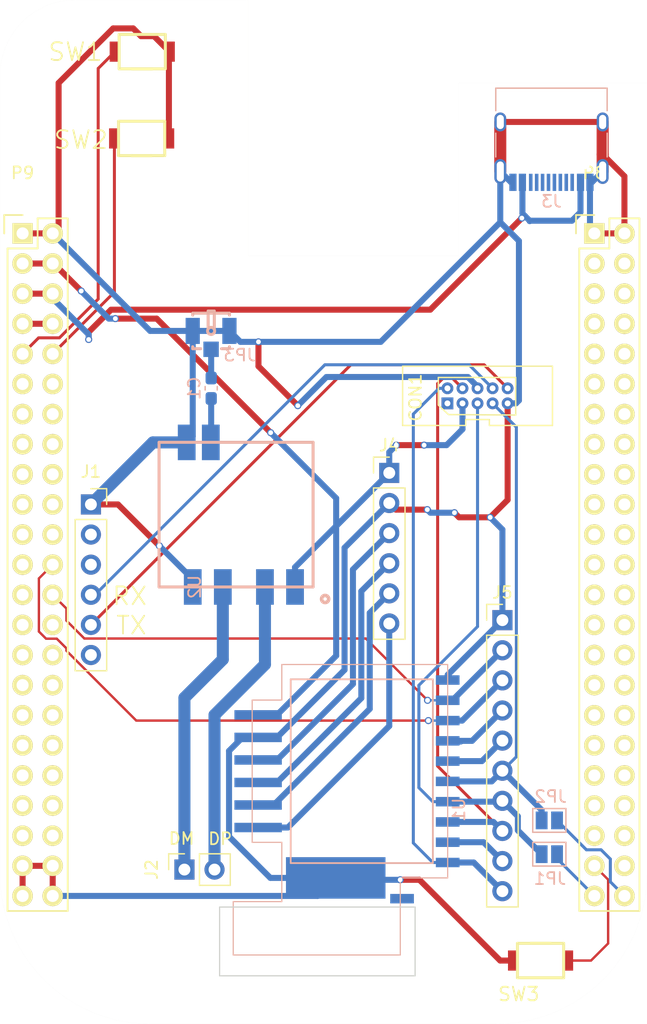
<source format=kicad_pcb>
(kicad_pcb (version 20171130) (host pcbnew "(5.1.9-0-10_14)")

  (general
    (thickness 1.6)
    (drawings 19)
    (tracks 247)
    (zones 0)
    (modules 17)
    (nets 113)
  )

  (page A4)
  (layers
    (0 F.Cu signal)
    (31 B.Cu signal)
    (32 B.Adhes user)
    (33 F.Adhes user)
    (34 B.Paste user)
    (35 F.Paste user)
    (36 B.SilkS user)
    (37 F.SilkS user)
    (38 B.Mask user)
    (39 F.Mask user)
    (40 Dwgs.User user)
    (41 Cmts.User user)
    (42 Eco1.User user)
    (43 Eco2.User user)
    (44 Edge.Cuts user)
    (45 Margin user)
    (46 B.CrtYd user)
    (47 F.CrtYd user)
    (48 B.Fab user hide)
    (49 F.Fab user hide)
  )

  (setup
    (last_trace_width 0.508)
    (user_trace_width 0.2)
    (user_trace_width 0.254)
    (user_trace_width 0.508)
    (user_trace_width 1.016)
    (trace_clearance 0.2)
    (zone_clearance 0.508)
    (zone_45_only no)
    (trace_min 0.127)
    (via_size 0.6)
    (via_drill 0.4)
    (via_min_size 0.4)
    (via_min_drill 0.3)
    (user_via 0.6 0.3)
    (user_via 0.8 0.4)
    (uvia_size 0.3)
    (uvia_drill 0.1)
    (uvias_allowed no)
    (uvia_min_size 0.2)
    (uvia_min_drill 0.1)
    (edge_width 0.00254)
    (segment_width 0.2)
    (pcb_text_width 0.3)
    (pcb_text_size 1.5 1.5)
    (mod_edge_width 0.15)
    (mod_text_size 1 1)
    (mod_text_width 0.15)
    (pad_size 1.7 1.7)
    (pad_drill 1)
    (pad_to_mask_clearance 0)
    (aux_axis_origin 0 0)
    (visible_elements 7FFFFFFF)
    (pcbplotparams
      (layerselection 0x010f0_ffffffff)
      (usegerberextensions false)
      (usegerberattributes true)
      (usegerberadvancedattributes true)
      (creategerberjobfile true)
      (excludeedgelayer true)
      (linewidth 0.100000)
      (plotframeref false)
      (viasonmask false)
      (mode 1)
      (useauxorigin false)
      (hpglpennumber 1)
      (hpglpenspeed 20)
      (hpglpendiameter 15.000000)
      (psnegative false)
      (psa4output false)
      (plotreference true)
      (plotvalue true)
      (plotinvisibletext false)
      (padsonsilk false)
      (subtractmaskfromsilk false)
      (outputformat 1)
      (mirror false)
      (drillshape 0)
      (scaleselection 1)
      (outputdirectory "bbb_multirouter/"))
  )

  (net 0 "")
  (net 1 +3V3)
  (net 2 +5V)
  (net 3 SYS_5V)
  (net 4 PWR_BUT)
  (net 5 SYS_RESETN)
  (net 6 VDD_ADC)
  (net 7 GNDA_ADC)
  (net 8 "Net-(J1-Pad6)")
  (net 9 UART0_TX)
  (net 10 UART0_RX)
  (net 11 "Net-(J1-Pad2)")
  (net 12 USB_DP)
  (net 13 MMC1_DAT6)
  (net 14 MMC1_DAT7)
  (net 15 MMC1_DAT2)
  (net 16 MMC1_DAT3)
  (net 17 GPIO_66)
  (net 18 GPIO_67)
  (net 19 GPIO_69)
  (net 20 GPIO_68)
  (net 21 GPIO_45)
  (net 22 GPIO_44)
  (net 23 GPIO_26)
  (net 24 GPIO_47)
  (net 25 GPIO_46)
  (net 26 GPIO_27)
  (net 27 GPIO_65)
  (net 28 EHRPWM2A)
  (net 29 MMC1_CMD)
  (net 30 MMC1_CLK)
  (net 31 MMC1_DAT5)
  (net 32 MMC1_DAT4)
  (net 33 MMC1_DAT1)
  (net 34 MMC1_DAT0)
  (net 35 GPIO_61)
  (net 36 LCD_VSYNC)
  (net 37 LCD_PCLK)
  (net 38 LCD_HSYNC)
  (net 39 LCD_AC_BIAS)
  (net 40 LCD_DATA14)
  (net 41 LCD_DATA15)
  (net 42 LCD_DATA13)
  (net 43 LCD_DATA11)
  (net 44 LCD_DATA12)
  (net 45 LCD_DATA10)
  (net 46 LCD_DATA8)
  (net 47 LCD_DATA9)
  (net 48 LCD_DATA6)
  (net 49 LCD_DATA7)
  (net 50 LCD_DATA4)
  (net 51 LCD_DATA5)
  (net 52 LCD_DATA2)
  (net 53 LCD_DATA3)
  (net 54 LCD_DATA0)
  (net 55 LCD_DATA1)
  (net 56 UART4_RXD)
  (net 57 GPIO_60)
  (net 58 UART4_TXD)
  (net 59 EHRPWM1A)
  (net 60 GPIO_48)
  (net 61 EHRPWM1B)
  (net 62 SPI0_CS0)
  (net 63 SPI0_D1)
  (net 64 I2C2_SCL)
  (net 65 I2C2_SDA)
  (net 66 SPI0_D0)
  (net 67 SPI0_SCLK)
  (net 68 GPIO_49)
  (net 69 UART1_TXD)
  (net 70 GPIO_117)
  (net 71 UART1_RXD)
  (net 72 GPIO_115)
  (net 73 SPI1_CS0)
  (net 74 SPI1_D0)
  (net 75 GPIO_112)
  (net 76 SPI1_SCLK)
  (net 77 AIN4)
  (net 78 AIN6)
  (net 79 AIN5)
  (net 80 AIN2)
  (net 81 AIN3)
  (net 82 AIN0)
  (net 83 AIN1)
  (net 84 GPIO_20)
  (net 85 ECAPPWM0)
  (net 86 USB_DM)
  (net 87 EHRPWM2B)
  (net 88 "Net-(J3-PadB8)")
  (net 89 "Net-(J3-PadA5)")
  (net 90 "Net-(J3-PadB7)")
  (net 91 "Net-(J3-PadA7)")
  (net 92 "Net-(J3-PadB6)")
  (net 93 "Net-(J3-PadA8)")
  (net 94 "Net-(J3-PadB5)")
  (net 95 "Net-(J3-PadA6)")
  (net 96 "Net-(J1-Pad3)")
  (net 97 "Net-(U1-Pad17)")
  (net 98 GND)
  (net 99 DBG_SWCLK)
  (net 100 DBG_SWDIO)
  (net 101 DBG_SWO)
  (net 102 RESETn)
  (net 103 "Net-(CON1-Pad1)")
  (net 104 /Sheet5FB19A08/I2C_SDA)
  (net 105 /Sheet5FB19A08/I2C_SCL)
  (net 106 /Sheet5FB19A08/PB12)
  (net 107 /Sheet5FB19A08/PB13)
  (net 108 /Sheet5FB19A08/PC10)
  (net 109 /Sheet5FB19A08/PC11)
  (net 110 /Sheet5FB19A08/DBG_TDI)
  (net 111 "Net-(C1-Pad2)")
  (net 112 "Net-(C1-Pad1)")

  (net_class Default "To jest domyślna klasa połączeń."
    (clearance 0.2)
    (trace_width 0.25)
    (via_dia 0.6)
    (via_drill 0.4)
    (uvia_dia 0.3)
    (uvia_drill 0.1)
    (add_net +3V3)
    (add_net +5V)
    (add_net /Sheet5FB19A08/DBG_TDI)
    (add_net /Sheet5FB19A08/I2C_SCL)
    (add_net /Sheet5FB19A08/I2C_SDA)
    (add_net /Sheet5FB19A08/PB12)
    (add_net /Sheet5FB19A08/PB13)
    (add_net /Sheet5FB19A08/PC10)
    (add_net /Sheet5FB19A08/PC11)
    (add_net AIN0)
    (add_net AIN1)
    (add_net AIN2)
    (add_net AIN3)
    (add_net AIN4)
    (add_net AIN5)
    (add_net AIN6)
    (add_net DBG_SWCLK)
    (add_net DBG_SWDIO)
    (add_net DBG_SWO)
    (add_net ECAPPWM0)
    (add_net EHRPWM1A)
    (add_net EHRPWM1B)
    (add_net EHRPWM2A)
    (add_net EHRPWM2B)
    (add_net GND)
    (add_net GNDA_ADC)
    (add_net GPIO_112)
    (add_net GPIO_115)
    (add_net GPIO_117)
    (add_net GPIO_20)
    (add_net GPIO_26)
    (add_net GPIO_27)
    (add_net GPIO_44)
    (add_net GPIO_45)
    (add_net GPIO_46)
    (add_net GPIO_47)
    (add_net GPIO_48)
    (add_net GPIO_49)
    (add_net GPIO_60)
    (add_net GPIO_61)
    (add_net GPIO_65)
    (add_net GPIO_66)
    (add_net GPIO_67)
    (add_net GPIO_68)
    (add_net GPIO_69)
    (add_net I2C2_SCL)
    (add_net I2C2_SDA)
    (add_net LCD_AC_BIAS)
    (add_net LCD_DATA0)
    (add_net LCD_DATA1)
    (add_net LCD_DATA10)
    (add_net LCD_DATA11)
    (add_net LCD_DATA12)
    (add_net LCD_DATA13)
    (add_net LCD_DATA14)
    (add_net LCD_DATA15)
    (add_net LCD_DATA2)
    (add_net LCD_DATA3)
    (add_net LCD_DATA4)
    (add_net LCD_DATA5)
    (add_net LCD_DATA6)
    (add_net LCD_DATA7)
    (add_net LCD_DATA8)
    (add_net LCD_DATA9)
    (add_net LCD_HSYNC)
    (add_net LCD_PCLK)
    (add_net LCD_VSYNC)
    (add_net MMC1_CLK)
    (add_net MMC1_CMD)
    (add_net MMC1_DAT0)
    (add_net MMC1_DAT1)
    (add_net MMC1_DAT2)
    (add_net MMC1_DAT3)
    (add_net MMC1_DAT4)
    (add_net MMC1_DAT5)
    (add_net MMC1_DAT6)
    (add_net MMC1_DAT7)
    (add_net "Net-(C1-Pad1)")
    (add_net "Net-(C1-Pad2)")
    (add_net "Net-(CON1-Pad1)")
    (add_net "Net-(J1-Pad2)")
    (add_net "Net-(J1-Pad3)")
    (add_net "Net-(J1-Pad6)")
    (add_net "Net-(J3-PadA5)")
    (add_net "Net-(J3-PadA6)")
    (add_net "Net-(J3-PadA7)")
    (add_net "Net-(J3-PadA8)")
    (add_net "Net-(J3-PadB5)")
    (add_net "Net-(J3-PadB6)")
    (add_net "Net-(J3-PadB7)")
    (add_net "Net-(J3-PadB8)")
    (add_net "Net-(U1-Pad17)")
    (add_net PWR_BUT)
    (add_net RESETn)
    (add_net SPI0_CS0)
    (add_net SPI0_D0)
    (add_net SPI0_D1)
    (add_net SPI0_SCLK)
    (add_net SPI1_CS0)
    (add_net SPI1_D0)
    (add_net SPI1_SCLK)
    (add_net SYS_5V)
    (add_net SYS_RESETN)
    (add_net UART0_RX)
    (add_net UART0_TX)
    (add_net UART1_RXD)
    (add_net UART1_TXD)
    (add_net UART4_RXD)
    (add_net UART4_TXD)
    (add_net USB_DM)
    (add_net USB_DP)
    (add_net VDD_ADC)
  )

  (module Connector_PinHeader_2.54mm:PinHeader_1x10_P2.54mm_Vertical (layer F.Cu) (tedit 59FED5CC) (tstamp 5FB5145C)
    (at 156.8701 95.0024)
    (descr "Through hole straight pin header, 1x10, 2.54mm pitch, single row")
    (tags "Through hole pin header THT 1x10 2.54mm single row")
    (path /5FB19A09/5FB343E2)
    (fp_text reference J5 (at 0 -2.33) (layer F.SilkS)
      (effects (font (size 1 1) (thickness 0.15)))
    )
    (fp_text value Conn_01x10 (at 0 25.19) (layer F.Fab)
      (effects (font (size 1 1) (thickness 0.15)))
    )
    (fp_line (start 1.8 -1.8) (end -1.8 -1.8) (layer F.CrtYd) (width 0.05))
    (fp_line (start 1.8 24.65) (end 1.8 -1.8) (layer F.CrtYd) (width 0.05))
    (fp_line (start -1.8 24.65) (end 1.8 24.65) (layer F.CrtYd) (width 0.05))
    (fp_line (start -1.8 -1.8) (end -1.8 24.65) (layer F.CrtYd) (width 0.05))
    (fp_line (start -1.33 -1.33) (end 0 -1.33) (layer F.SilkS) (width 0.12))
    (fp_line (start -1.33 0) (end -1.33 -1.33) (layer F.SilkS) (width 0.12))
    (fp_line (start -1.33 1.27) (end 1.33 1.27) (layer F.SilkS) (width 0.12))
    (fp_line (start 1.33 1.27) (end 1.33 24.19) (layer F.SilkS) (width 0.12))
    (fp_line (start -1.33 1.27) (end -1.33 24.19) (layer F.SilkS) (width 0.12))
    (fp_line (start -1.33 24.19) (end 1.33 24.19) (layer F.SilkS) (width 0.12))
    (fp_line (start -1.27 -0.635) (end -0.635 -1.27) (layer F.Fab) (width 0.1))
    (fp_line (start -1.27 24.13) (end -1.27 -0.635) (layer F.Fab) (width 0.1))
    (fp_line (start 1.27 24.13) (end -1.27 24.13) (layer F.Fab) (width 0.1))
    (fp_line (start 1.27 -1.27) (end 1.27 24.13) (layer F.Fab) (width 0.1))
    (fp_line (start -0.635 -1.27) (end 1.27 -1.27) (layer F.Fab) (width 0.1))
    (fp_text user %R (at 0 11.43 90) (layer F.Fab)
      (effects (font (size 1 1) (thickness 0.15)))
    )
    (pad 10 thru_hole oval (at 0 22.86) (size 1.7 1.7) (drill 1) (layers *.Cu *.Mask)
      (net 102 RESETn))
    (pad 9 thru_hole oval (at 0 20.32) (size 1.7 1.7) (drill 1) (layers *.Cu *.Mask)
      (net 110 /Sheet5FB19A08/DBG_TDI))
    (pad 8 thru_hole oval (at 0 17.78) (size 1.7 1.7) (drill 1) (layers *.Cu *.Mask)
      (net 101 DBG_SWO))
    (pad 7 thru_hole oval (at 0 15.24) (size 1.7 1.7) (drill 1) (layers *.Cu *.Mask)
      (net 100 DBG_SWDIO))
    (pad 6 thru_hole oval (at 0 12.7) (size 1.7 1.7) (drill 1) (layers *.Cu *.Mask)
      (net 99 DBG_SWCLK))
    (pad 5 thru_hole oval (at 0 10.16) (size 1.7 1.7) (drill 1) (layers *.Cu *.Mask)
      (net 109 /Sheet5FB19A08/PC11))
    (pad 4 thru_hole oval (at 0 7.62) (size 1.7 1.7) (drill 1) (layers *.Cu *.Mask)
      (net 108 /Sheet5FB19A08/PC10))
    (pad 3 thru_hole oval (at 0 5.08) (size 1.7 1.7) (drill 1) (layers *.Cu *.Mask)
      (net 69 UART1_TXD))
    (pad 2 thru_hole oval (at 0 2.54) (size 1.7 1.7) (drill 1) (layers *.Cu *.Mask)
      (net 71 UART1_RXD))
    (pad 1 thru_hole rect (at 0 0) (size 1.7 1.7) (drill 1) (layers *.Cu *.Mask)
      (net 98 GND))
    (model ${KISYS3DMOD}/Connector_PinHeader_2.54mm.3dshapes/PinHeader_1x10_P2.54mm_Vertical.wrl
      (at (xyz 0 0 0))
      (scale (xyz 1 1 1))
      (rotate (xyz 0 0 0))
    )
  )

  (module Connector_PinHeader_2.54mm:PinHeader_1x06_P2.54mm_Vertical (layer F.Cu) (tedit 59FED5CC) (tstamp 5FB5143E)
    (at 147.3201 82.5824)
    (descr "Through hole straight pin header, 1x06, 2.54mm pitch, single row")
    (tags "Through hole pin header THT 1x06 2.54mm single row")
    (path /5FB19A09/5FB32351)
    (fp_text reference J4 (at 0 -2.33) (layer F.SilkS)
      (effects (font (size 1 1) (thickness 0.15)))
    )
    (fp_text value Conn_01x06 (at 0 15.03) (layer F.Fab)
      (effects (font (size 1 1) (thickness 0.15)))
    )
    (fp_line (start 1.8 -1.8) (end -1.8 -1.8) (layer F.CrtYd) (width 0.05))
    (fp_line (start 1.8 14.5) (end 1.8 -1.8) (layer F.CrtYd) (width 0.05))
    (fp_line (start -1.8 14.5) (end 1.8 14.5) (layer F.CrtYd) (width 0.05))
    (fp_line (start -1.8 -1.8) (end -1.8 14.5) (layer F.CrtYd) (width 0.05))
    (fp_line (start -1.33 -1.33) (end 0 -1.33) (layer F.SilkS) (width 0.12))
    (fp_line (start -1.33 0) (end -1.33 -1.33) (layer F.SilkS) (width 0.12))
    (fp_line (start -1.33 1.27) (end 1.33 1.27) (layer F.SilkS) (width 0.12))
    (fp_line (start 1.33 1.27) (end 1.33 14.03) (layer F.SilkS) (width 0.12))
    (fp_line (start -1.33 1.27) (end -1.33 14.03) (layer F.SilkS) (width 0.12))
    (fp_line (start -1.33 14.03) (end 1.33 14.03) (layer F.SilkS) (width 0.12))
    (fp_line (start -1.27 -0.635) (end -0.635 -1.27) (layer F.Fab) (width 0.1))
    (fp_line (start -1.27 13.97) (end -1.27 -0.635) (layer F.Fab) (width 0.1))
    (fp_line (start 1.27 13.97) (end -1.27 13.97) (layer F.Fab) (width 0.1))
    (fp_line (start 1.27 -1.27) (end 1.27 13.97) (layer F.Fab) (width 0.1))
    (fp_line (start -0.635 -1.27) (end 1.27 -1.27) (layer F.Fab) (width 0.1))
    (fp_text user %R (at 0 6.35 90) (layer F.Fab)
      (effects (font (size 1 1) (thickness 0.15)))
    )
    (pad 6 thru_hole oval (at 0 12.7) (size 1.7 1.7) (drill 1) (layers *.Cu *.Mask)
      (net 104 /Sheet5FB19A08/I2C_SDA))
    (pad 5 thru_hole oval (at 0 10.16) (size 1.7 1.7) (drill 1) (layers *.Cu *.Mask)
      (net 105 /Sheet5FB19A08/I2C_SCL))
    (pad 4 thru_hole oval (at 0 7.62) (size 1.7 1.7) (drill 1) (layers *.Cu *.Mask)
      (net 106 /Sheet5FB19A08/PB12))
    (pad 3 thru_hole oval (at 0 5.08) (size 1.7 1.7) (drill 1) (layers *.Cu *.Mask)
      (net 107 /Sheet5FB19A08/PB13))
    (pad 2 thru_hole oval (at 0 2.54) (size 1.7 1.7) (drill 1) (layers *.Cu *.Mask)
      (net 98 GND))
    (pad 1 thru_hole rect (at 0 0) (size 1.7 1.7) (drill 1) (layers *.Cu *.Mask)
      (net 1 +3V3))
    (model ${KISYS3DMOD}/Connector_PinHeader_2.54mm.3dshapes/PinHeader_1x06_P2.54mm_Vertical.wrl
      (at (xyz 0 0 0))
      (scale (xyz 1 1 1))
      (rotate (xyz 0 0 0))
    )
  )

  (module Capacitor_SMD:C_0603_1608Metric_Pad1.08x0.95mm_HandSolder (layer B.Cu) (tedit 5F68FEEF) (tstamp 5FB2B17E)
    (at 132.2901 75.4424 270)
    (descr "Capacitor SMD 0603 (1608 Metric), square (rectangular) end terminal, IPC_7351 nominal with elongated pad for handsoldering. (Body size source: IPC-SM-782 page 76, https://www.pcb-3d.com/wordpress/wp-content/uploads/ipc-sm-782a_amendment_1_and_2.pdf), generated with kicad-footprint-generator")
    (tags "capacitor handsolder")
    (path /5FB6007C/5FB67969)
    (attr smd)
    (fp_text reference C1 (at 0 1.43 90) (layer B.SilkS)
      (effects (font (size 1 1) (thickness 0.15)) (justify mirror))
    )
    (fp_text value C (at 0 -1.43 90) (layer B.Fab)
      (effects (font (size 1 1) (thickness 0.15)) (justify mirror))
    )
    (fp_line (start 1.65 -0.73) (end -1.65 -0.73) (layer B.CrtYd) (width 0.05))
    (fp_line (start 1.65 0.73) (end 1.65 -0.73) (layer B.CrtYd) (width 0.05))
    (fp_line (start -1.65 0.73) (end 1.65 0.73) (layer B.CrtYd) (width 0.05))
    (fp_line (start -1.65 -0.73) (end -1.65 0.73) (layer B.CrtYd) (width 0.05))
    (fp_line (start -0.146267 -0.51) (end 0.146267 -0.51) (layer B.SilkS) (width 0.12))
    (fp_line (start -0.146267 0.51) (end 0.146267 0.51) (layer B.SilkS) (width 0.12))
    (fp_line (start 0.8 -0.4) (end -0.8 -0.4) (layer B.Fab) (width 0.1))
    (fp_line (start 0.8 0.4) (end 0.8 -0.4) (layer B.Fab) (width 0.1))
    (fp_line (start -0.8 0.4) (end 0.8 0.4) (layer B.Fab) (width 0.1))
    (fp_line (start -0.8 -0.4) (end -0.8 0.4) (layer B.Fab) (width 0.1))
    (fp_text user %R (at 0 0 90) (layer B.Fab)
      (effects (font (size 0.4 0.4) (thickness 0.06)) (justify mirror))
    )
    (pad 2 smd roundrect (at 0.8625 0 270) (size 1.075 0.95) (layers B.Cu B.Paste B.Mask) (roundrect_rratio 0.25)
      (net 111 "Net-(C1-Pad2)"))
    (pad 1 smd roundrect (at -0.8625 0 270) (size 1.075 0.95) (layers B.Cu B.Paste B.Mask) (roundrect_rratio 0.25)
      (net 112 "Net-(C1-Pad1)"))
    (model ${KISYS3DMOD}/Capacitor_SMD.3dshapes/C_0603_1608Metric.wrl
      (at (xyz 0 0 0))
      (scale (xyz 1 1 1))
      (rotate (xyz 0 0 0))
    )
  )

  (module "mybays_connector:RF-SMD_U.FL-R-SMT-1(80)" (layer B.Cu) (tedit 5FB2A14C) (tstamp 5FB2AAED)
    (at 132.2801 71.3824 180)
    (path /5FB6007C/5FB64934)
    (fp_text reference JP3 (at -2.41 -1.27) (layer B.SilkS)
      (effects (font (size 1 1) (thickness 0.15)) (justify mirror))
    )
    (fp_text value "U.FL-R-SMT-1(80)" (at 0 0) (layer B.Fab)
      (effects (font (size 1 1) (thickness 0.15)) (justify mirror))
    )
    (fp_circle (center -0.00127 0.774954) (end -0.00127 0.475234) (layer B.SilkS) (width 0.254))
    (fp_line (start 1.548638 2.274824) (end -1.551178 2.274824) (layer B.SilkS) (width 0.254))
    (fp_line (start 1.548638 2.106168) (end 1.548638 2.274824) (layer B.SilkS) (width 0.254))
    (fp_line (start 1.548638 -0.72517) (end 1.548638 -0.55626) (layer B.SilkS) (width 0.254))
    (fp_line (start 0.879856 -0.72517) (end 1.548638 -0.72517) (layer B.SilkS) (width 0.254))
    (fp_line (start -1.551178 -0.72517) (end -0.882396 -0.72517) (layer B.SilkS) (width 0.254))
    (fp_line (start -1.551178 -0.55626) (end -1.551178 -0.72517) (layer B.SilkS) (width 0.254))
    (fp_line (start -1.551178 2.274824) (end -1.551178 2.106168) (layer B.SilkS) (width 0.254))
    (fp_line (start 0.248666 2.45491) (end 0.248666 0.95504) (layer B.SilkS) (width 0.254))
    (fp_line (start -0.271272 2.45491) (end 0.248666 2.45491) (layer B.SilkS) (width 0.254))
    (fp_line (start -0.271272 0.914908) (end -0.271272 2.45491) (layer B.SilkS) (width 0.254))
    (pad 3 smd rect (at 1.549908 0.774954 90) (size 2.199996 1.199896) (layers B.Cu B.Paste B.Mask)
      (net 98 GND))
    (pad 2 smd rect (at -0.00127 -0.774954 90) (size 1.299997 1.299997) (layers B.Cu B.Paste B.Mask)
      (net 112 "Net-(C1-Pad1)"))
    (pad 1 smd rect (at -1.549908 0.774954 90) (size 2.199996 1.199896) (layers B.Cu B.Paste B.Mask)
      (net 98 GND))
  )

  (module mybays_modules:RTL8188CUS (layer B.Cu) (tedit 5FB290FF) (tstamp 5FB29AE6)
    (at 140.8901 92.2024 90)
    (path /5FB6007C/5FB611AE)
    (fp_text reference U2 (at 0 -10 270) (layer B.SilkS)
      (effects (font (size 1 1) (thickness 0.15)) (justify mirror))
    )
    (fp_text value usbwifi (at 0 0 270) (layer B.Fab)
      (effects (font (size 1 1) (thickness 0.15)) (justify mirror))
    )
    (fp_circle (center -1.016 1.016) (end -1.016 0.716026) (layer B.SilkS) (width 0.299999))
    (fp_line (start 0 0) (end 12.200128 0) (layer B.SilkS) (width 0.254))
    (fp_line (start 12.200128 0) (end 12.200128 -12.999974) (layer B.SilkS) (width 0.254))
    (fp_line (start 12.200128 -12.999974) (end 0 -12.999974) (layer B.SilkS) (width 0.254))
    (fp_line (start 0 -12.999974) (end 0 0) (layer B.SilkS) (width 0.254))
    (pad 6 smd rect (at 12.192 -8.636 270) (size 2.999994 1.500124) (layers B.Cu B.Paste B.Mask)
      (net 111 "Net-(C1-Pad2)"))
    (pad 5 smd rect (at 12.192 -10.668 270) (size 2.999994 1.500124) (layers B.Cu B.Paste B.Mask)
      (net 98 GND))
    (pad 4 smd rect (at 0 -10.16 270) (size 2.999994 1.500124) (layers B.Cu B.Paste B.Mask)
      (net 98 GND))
    (pad 3 smd rect (at 0 -7.62 270) (size 2.999994 1.500124) (layers B.Cu B.Paste B.Mask)
      (net 86 USB_DM))
    (pad 2 smd rect (at 0 -4.064 270) (size 2.999994 1.500124) (layers B.Cu B.Paste B.Mask)
      (net 12 USB_DP))
    (pad 1 smd rect (at 0 -1.524 270) (size 2.999994 1.500124) (layers B.Cu B.Paste B.Mask)
      (net 1 +3V3))
  )

  (module Jumper:SolderJumper-2_P1.3mm_Open_Pad1.0x1.5mm (layer B.Cu) (tedit 5A3EABFC) (tstamp 602CD7DC)
    (at 160.8301 111.8924)
    (descr "SMD Solder Jumper, 1x1.5mm Pads, 0.3mm gap, open")
    (tags "solder jumper open")
    (path /5FB19A09/5FB50C2E)
    (attr virtual)
    (fp_text reference JP2 (at 0.11 -2.01) (layer B.SilkS)
      (effects (font (size 1 1) (thickness 0.15)) (justify mirror))
    )
    (fp_text value SolderJumper_2_Bridged (at 0 -1.9) (layer B.Fab)
      (effects (font (size 1 1) (thickness 0.15)) (justify mirror))
    )
    (fp_line (start 1.65 -1.25) (end -1.65 -1.25) (layer B.CrtYd) (width 0.05))
    (fp_line (start 1.65 -1.25) (end 1.65 1.25) (layer B.CrtYd) (width 0.05))
    (fp_line (start -1.65 1.25) (end -1.65 -1.25) (layer B.CrtYd) (width 0.05))
    (fp_line (start -1.65 1.25) (end 1.65 1.25) (layer B.CrtYd) (width 0.05))
    (fp_line (start -1.4 1) (end 1.4 1) (layer B.SilkS) (width 0.12))
    (fp_line (start 1.4 1) (end 1.4 -1) (layer B.SilkS) (width 0.12))
    (fp_line (start 1.4 -1) (end -1.4 -1) (layer B.SilkS) (width 0.12))
    (fp_line (start -1.4 -1) (end -1.4 1) (layer B.SilkS) (width 0.12))
    (pad 1 smd rect (at -0.65 0) (size 1 1.5) (layers B.Cu B.Mask)
      (net 99 DBG_SWCLK))
    (pad 2 smd rect (at 0.65 0) (size 1 1.5) (layers B.Cu B.Mask)
      (net 55 LCD_DATA1))
  )

  (module Jumper:SolderJumper-2_P1.3mm_Open_Pad1.0x1.5mm (layer B.Cu) (tedit 5A3EABFC) (tstamp 5FB28A24)
    (at 160.8301 114.7424)
    (descr "SMD Solder Jumper, 1x1.5mm Pads, 0.3mm gap, open")
    (tags "solder jumper open")
    (path /5FB19A09/5FB50449)
    (attr virtual)
    (fp_text reference JP1 (at 0.05 2.06) (layer B.SilkS)
      (effects (font (size 1 1) (thickness 0.15)) (justify mirror))
    )
    (fp_text value SolderJumper_2_Bridged (at 0 -1.9) (layer B.Fab)
      (effects (font (size 1 1) (thickness 0.15)) (justify mirror))
    )
    (fp_line (start 1.65 -1.25) (end -1.65 -1.25) (layer B.CrtYd) (width 0.05))
    (fp_line (start 1.65 -1.25) (end 1.65 1.25) (layer B.CrtYd) (width 0.05))
    (fp_line (start -1.65 1.25) (end -1.65 -1.25) (layer B.CrtYd) (width 0.05))
    (fp_line (start -1.65 1.25) (end 1.65 1.25) (layer B.CrtYd) (width 0.05))
    (fp_line (start -1.4 1) (end 1.4 1) (layer B.SilkS) (width 0.12))
    (fp_line (start 1.4 1) (end 1.4 -1) (layer B.SilkS) (width 0.12))
    (fp_line (start 1.4 -1) (end -1.4 -1) (layer B.SilkS) (width 0.12))
    (fp_line (start -1.4 -1) (end -1.4 1) (layer B.SilkS) (width 0.12))
    (pad 1 smd rect (at -0.65 0) (size 1 1.5) (layers B.Cu B.Mask)
      (net 100 DBG_SWDIO))
    (pad 2 smd rect (at 0.65 0) (size 1 1.5) (layers B.Cu B.Mask)
      (net 54 LCD_DATA0))
  )

  (module mybays_connector:debugger_2x05_P1.27mm_Vertical (layer F.Cu) (tedit 5F2E81E4) (tstamp 5FB0BD96)
    (at 154.7701 76.0824 90)
    (descr "Through hole straight socket strip, 2x05, 1.27mm pitch, double cols (from Kicad 4.0.7), script generated")
    (tags "Through hole socket strip THT 2x05 1.27mm double row")
    (path /5FB19A09/5FB30DB6)
    (fp_text reference CON1 (at -0.15 -5.24 90) (layer F.SilkS)
      (effects (font (size 1 1) (thickness 0.15)))
    )
    (fp_text value CORTEX-DEBUGGER (at -0.635 7.215 90) (layer F.Fab)
      (effects (font (size 1 1) (thickness 0.15)))
    )
    (fp_line (start -2.5 -1) (end -2.5 -6.325) (layer F.SilkS) (width 0.12))
    (fp_line (start -2 -1) (end -2.5 -1) (layer F.SilkS) (width 0.12))
    (fp_line (start -2 1) (end -2 -1) (layer F.SilkS) (width 0.12))
    (fp_line (start -2.5 1) (end -2 1) (layer F.SilkS) (width 0.12))
    (fp_line (start -2.5 6.325) (end -2.5 1) (layer F.SilkS) (width 0.12))
    (fp_line (start 2.5 6.325) (end -2.5 6.325) (layer F.SilkS) (width 0.12))
    (fp_line (start 2.5 -6.325) (end 2.5 6.325) (layer F.SilkS) (width 0.12))
    (fp_line (start -2.5 -6.325) (end 2.5 -6.325) (layer F.SilkS) (width 0.12))
    (fp_line (start -2.07 3.65) (end -2.07 -3.7) (layer F.CrtYd) (width 0.05))
    (fp_line (start 1.98 3.65) (end -2.07 3.65) (layer F.CrtYd) (width 0.05))
    (fp_line (start 1.98 -3.7) (end 1.98 3.65) (layer F.CrtYd) (width 0.05))
    (fp_line (start -2.07 -3.7) (end 1.98 -3.7) (layer F.CrtYd) (width 0.05))
    (fp_line (start -0.78 -3.31) (end 1.55 -3.31) (layer F.SilkS) (width 0.12))
    (fp_line (start 1.55 -3.31) (end 1.55 -2.55) (layer F.SilkS) (width 0.12))
    (fp_line (start 1.55 -2.51) (end 1.55 -1.915) (layer F.SilkS) (width 0.12))
    (fp_line (start 1.55 -1.915) (end 1.55 3.225) (layer F.SilkS) (width 0.12))
    (fp_line (start -1.62 3.225) (end 0.93 3.22) (layer F.SilkS) (width 0.12))
    (fp_line (start 0.90753 3.225) (end 1.55 3.225) (layer F.SilkS) (width 0.12))
    (fp_line (start -1.58 -2.44) (end -1.62 3.225) (layer F.SilkS) (width 0.12))
    (fp_line (start -1.58 -2.45) (end -0.81 -3.28) (layer F.SilkS) (width 0.12))
    (fp_line (start -1.56 3.165) (end -1.57 -2.45) (layer F.Fab) (width 0.1))
    (fp_line (start 1.49 3.165) (end -1.56 3.165) (layer F.Fab) (width 0.1))
    (fp_line (start 1.47 -3.17) (end 1.49 3.165) (layer F.Fab) (width 0.1))
    (fp_line (start -1.58 -2.45) (end -0.8175 -3.2125) (layer F.Fab) (width 0.1))
    (fp_line (start -0.79 -3.23) (end 1.53 -3.22) (layer F.Fab) (width 0.1))
    (fp_text user %R (at 5.12 -3.23) (layer F.Fab)
      (effects (font (size 1 1) (thickness 0.15)))
    )
    (pad 9 thru_hole oval (at -0.635 2.54 90) (size 1 1) (drill 0.5) (layers *.Cu *.Mask)
      (net 98 GND))
    (pad 10 thru_hole oval (at 0.635 2.54 90) (size 1 1) (drill 0.5) (layers *.Cu *.Mask)
      (net 9 UART0_TX))
    (pad 7 thru_hole oval (at -0.635 1.27 90) (size 1 1) (drill 0.5) (layers *.Cu *.Mask)
      (net 99 DBG_SWCLK))
    (pad 8 thru_hole oval (at 0.635 1.27 90) (size 1 1) (drill 0.5) (layers *.Cu *.Mask)
      (net 10 UART0_RX))
    (pad 5 thru_hole oval (at -0.635 0 90) (size 1 1) (drill 0.5) (layers *.Cu *.Mask)
      (net 100 DBG_SWDIO))
    (pad 6 thru_hole oval (at 0.635 0 90) (size 1 1) (drill 0.5) (layers *.Cu *.Mask)
      (net 98 GND))
    (pad 3 thru_hole oval (at -0.635 -1.27 90) (size 1 1) (drill 0.5) (layers *.Cu *.Mask)
      (net 1 +3V3))
    (pad 4 thru_hole oval (at 0.635 -1.27 90) (size 1 1) (drill 0.5) (layers *.Cu *.Mask)
      (net 101 DBG_SWO))
    (pad 2 thru_hole oval (at 0.635 -2.54 90) (size 1 1) (drill 0.5) (layers *.Cu *.Mask)
      (net 102 RESETn))
    (pad 1 thru_hole rect (at -0.635 -2.54 90) (size 1 1) (drill 0.5) (layers *.Cu *.Mask)
      (net 103 "Net-(CON1-Pad1)"))
    (model ${KISYS3DMOD}/Connector_PinSocket_1.27mm.3dshapes/PinSocket_2x05_P1.27mm_Vertical.wrl
      (at (xyz 0 0 0))
      (scale (xyz 1 1 1))
      (rotate (xyz 0 0 0))
    )
  )

  (module mybays_modules:TRADFRI (layer B.Cu) (tedit 5F32C57B) (tstamp 5FB0B18C)
    (at 143.2001 110.9924 270)
    (path /5FB19A09/5FB2F78E)
    (fp_text reference U1 (at 0 -10 270) (layer B.SilkS)
      (effects (font (size 1 1) (thickness 0.15)) (justify mirror))
    )
    (fp_text value TRADFRI (at 0 0 270) (layer B.Fab)
      (effects (font (size 1 1) (thickness 0.15)) (justify mirror))
    )
    (fp_line (start 7.750048 4.949952) (end 7.750048 9.05002) (layer B.SilkS) (width 0.100076))
    (fp_line (start 7.750048 9.05002) (end 12.249912 9.05002) (layer B.SilkS) (width 0.100076))
    (fp_line (start 12.249912 9.05002) (end 12.249912 -5.050028) (layer B.SilkS) (width 0.100076))
    (fp_line (start 12.249912 -5.050028) (end 5.750052 -5.050028) (layer B.SilkS) (width 0.100076))
    (fp_line (start 5.750052 -5.050028) (end 5.750052 -9.05002) (layer B.SilkS) (width 0.100076))
    (fp_line (start 5.750052 -9.05002) (end -12.249912 -9.05002) (layer B.SilkS) (width 0.100076))
    (fp_line (start -12.249912 -9.05002) (end -12.249912 4.949952) (layer B.SilkS) (width 0.100076))
    (fp_line (start -12.249912 4.949952) (end -9.249918 4.949952) (layer B.SilkS) (width 0.100076))
    (fp_line (start -9.249918 4.949952) (end -9.249918 7.450074) (layer B.SilkS) (width 0.100076))
    (fp_line (start -9.249918 7.450074) (end 2.750058 7.450074) (layer B.SilkS) (width 0.100076))
    (fp_line (start 2.750058 7.450074) (end 2.750058 4.949952) (layer B.SilkS) (width 0.100076))
    (fp_line (start 2.750058 4.949952) (end 7.750048 4.949952) (layer B.SilkS) (width 0.100076))
    (fp_line (start 4.499864 -7.800086) (end -10.999978 -7.800086) (layer B.SilkS) (width 0.150114))
    (fp_line (start -10.999978 -7.800086) (end -10.999978 4.19989) (layer B.SilkS) (width 0.150114))
    (fp_line (start -10.999978 4.19989) (end 4.499864 4.19989) (layer B.SilkS) (width 0.150114))
    (fp_line (start 4.499864 4.19989) (end 4.499864 -7.800086) (layer B.SilkS) (width 0.150114))
    (pad 18 smd rect (at 5.750052 0.40005) (size 8.400034 3.499866) (layers B.Cu B.Paste B.Mask)
      (net 98 GND))
    (pad 17 smd rect (at 7.499858 -5.199888) (size 1.999996 0.8001) (layers B.Cu B.Paste B.Mask)
      (net 97 "Net-(U1-Pad17)"))
    (pad 16 smd rect (at 1.500124 6.949948) (size 3.999992 0.8001) (layers B.Cu B.Paste B.Mask)
      (net 104 /Sheet5FB19A08/I2C_SDA))
    (pad 15 smd rect (at -0.40005 6.949948) (size 3.999992 0.8001) (layers B.Cu B.Paste B.Mask)
      (net 105 /Sheet5FB19A08/I2C_SCL))
    (pad 14 smd rect (at -2.29997 6.949948) (size 3.999992 0.8001) (layers B.Cu B.Paste B.Mask)
      (net 106 /Sheet5FB19A08/PB12))
    (pad 13 smd rect (at -4.19989 6.949948) (size 3.999992 0.8001) (layers B.Cu B.Paste B.Mask)
      (net 107 /Sheet5FB19A08/PB13))
    (pad 12 smd rect (at -6.100064 6.949948) (size 3.999992 0.8001) (layers B.Cu B.Paste B.Mask)
      (net 98 GND))
    (pad 11 smd rect (at -7.999984 6.949948) (size 3.999992 0.8001) (layers B.Cu B.Paste B.Mask)
      (net 1 +3V3))
    (pad 1 smd rect (at -10.940034 -9.05002) (size 1.999996 0.8001) (layers B.Cu B.Paste B.Mask)
      (net 98 GND))
    (pad 2 smd rect (at -9.230106 -9.05002) (size 1.999996 0.8001) (layers B.Cu B.Paste B.Mask)
      (net 71 UART1_RXD))
    (pad 3 smd rect (at -7.519924 -9.05002) (size 1.999996 0.8001) (layers B.Cu B.Paste B.Mask)
      (net 69 UART1_TXD))
    (pad 4 smd rect (at -5.809996 -9.05002) (size 1.999996 0.8001) (layers B.Cu B.Paste B.Mask)
      (net 108 /Sheet5FB19A08/PC10))
    (pad 5 smd rect (at -4.100068 -9.05002) (size 1.999996 0.8001) (layers B.Cu B.Paste B.Mask)
      (net 109 /Sheet5FB19A08/PC11))
    (pad 6 smd rect (at -2.389886 -9.05002) (size 1.999996 0.8001) (layers B.Cu B.Paste B.Mask)
      (net 99 DBG_SWCLK))
    (pad 7 smd rect (at -0.679958 -9.05002) (size 1.999996 0.8001) (layers B.Cu B.Paste B.Mask)
      (net 100 DBG_SWDIO))
    (pad 8 smd rect (at 1.02997 -9.05002) (size 1.999996 0.8001) (layers B.Cu B.Paste B.Mask)
      (net 101 DBG_SWO))
    (pad 9 smd rect (at 2.739898 -9.05002) (size 1.999996 0.8001) (layers B.Cu B.Paste B.Mask)
      (net 110 /Sheet5FB19A08/DBG_TDI))
    (pad 10 smd rect (at 4.45008 -9.05002) (size 1.999996 0.8001) (layers B.Cu B.Paste B.Mask)
      (net 102 RESETn))
  )

  (module mybays_connector:turtlekey (layer F.Cu) (tedit 5F49291D) (tstamp 5FA3766B)
    (at 160.0901 123.7124 180)
    (path /5FA54E1A)
    (fp_text reference SW3 (at 0 -2.830322) (layer F.SilkS)
      (effects (font (size 1.143 1.143) (thickness 0.1524)) (justify right))
    )
    (fp_text value SW_Push (at 0.043967 -6.015482) (layer F.Fab)
      (effects (font (size 1.143 1.143) (thickness 0.1524)) (justify right))
    )
    (fp_line (start -0.855726 1.459992) (end 0.844296 1.459992) (layer F.SilkS) (width 0.254))
    (fp_line (start -1.949958 1.449832) (end -1.949958 -1.450086) (layer F.SilkS) (width 0.254))
    (fp_line (start 1.949958 1.449832) (end -1.949958 1.449832) (layer F.SilkS) (width 0.254))
    (fp_line (start 1.949958 -1.450086) (end 1.949958 1.449832) (layer F.SilkS) (width 0.254))
    (fp_line (start -1.949958 -1.450086) (end 1.949958 -1.450086) (layer F.SilkS) (width 0.254))
    (pad 1 smd rect (at -2.29997 0 180) (size 0.899998 1.699997) (layers F.Cu F.Paste F.Mask)
      (net 52 LCD_DATA2))
    (pad 2 smd rect (at 2.29997 0 180) (size 0.899998 1.699997) (layers F.Cu F.Paste F.Mask)
      (net 98 GND))
  )

  (module mybays_connector:turtlekey (layer F.Cu) (tedit 5F49291D) (tstamp 5FA37660)
    (at 126.4201 54.3724)
    (path /5FA54BA3)
    (fp_text reference SW2 (at -7.51 0.12) (layer F.SilkS)
      (effects (font (size 1.5 1.5) (thickness 0.1524)) (justify left))
    )
    (fp_text value SW_Push (at 4.94 0) (layer F.Fab)
      (effects (font (size 1.143 1.143) (thickness 0.1524)) (justify left))
    )
    (fp_line (start -0.855726 1.459992) (end 0.844296 1.459992) (layer F.SilkS) (width 0.254))
    (fp_line (start -1.949958 1.449832) (end -1.949958 -1.450086) (layer F.SilkS) (width 0.254))
    (fp_line (start 1.949958 1.449832) (end -1.949958 1.449832) (layer F.SilkS) (width 0.254))
    (fp_line (start 1.949958 -1.450086) (end 1.949958 1.449832) (layer F.SilkS) (width 0.254))
    (fp_line (start -1.949958 -1.450086) (end 1.949958 -1.450086) (layer F.SilkS) (width 0.254))
    (pad 1 smd rect (at -2.29997 0) (size 0.899998 1.699997) (layers F.Cu F.Paste F.Mask)
      (net 5 SYS_RESETN))
    (pad 2 smd rect (at 2.29997 0) (size 0.899998 1.699997) (layers F.Cu F.Paste F.Mask)
      (net 98 GND))
  )

  (module mybays_connector:turtlekey (layer F.Cu) (tedit 5F49291D) (tstamp 5FA37655)
    (at 126.4701 47.0524)
    (path /5FA54260)
    (fp_text reference SW1 (at -8.03 0.02) (layer F.SilkS)
      (effects (font (size 1.5 1.5) (thickness 0.1524)) (justify left))
    )
    (fp_text value SW_Push (at 5.13 0.1) (layer F.Fab)
      (effects (font (size 1.143 1.143) (thickness 0.1524)) (justify left))
    )
    (fp_line (start -0.855726 1.459992) (end 0.844296 1.459992) (layer F.SilkS) (width 0.254))
    (fp_line (start -1.949958 1.449832) (end -1.949958 -1.450086) (layer F.SilkS) (width 0.254))
    (fp_line (start 1.949958 1.449832) (end -1.949958 1.449832) (layer F.SilkS) (width 0.254))
    (fp_line (start 1.949958 -1.450086) (end 1.949958 1.449832) (layer F.SilkS) (width 0.254))
    (fp_line (start -1.949958 -1.450086) (end 1.949958 -1.450086) (layer F.SilkS) (width 0.254))
    (pad 1 smd rect (at -2.29997 0) (size 0.899998 1.699997) (layers F.Cu F.Paste F.Mask)
      (net 4 PWR_BUT))
    (pad 2 smd rect (at 2.29997 0) (size 0.899998 1.699997) (layers F.Cu F.Paste F.Mask)
      (net 98 GND))
  )

  (module Connector_USB:USB_C_Receptacle_HRO_TYPE-C-31-M-12 (layer B.Cu) (tedit 5D3C0721) (tstamp 5FA37556)
    (at 161.0101 54.0324)
    (descr "USB Type-C receptacle for USB 2.0 and PD, http://www.krhro.com/uploads/soft/180320/1-1P320120243.pdf")
    (tags "usb usb-c 2.0 pd")
    (path /5FA986C6)
    (attr smd)
    (fp_text reference J3 (at 0 5.645) (layer B.SilkS)
      (effects (font (size 1 1) (thickness 0.15)) (justify mirror))
    )
    (fp_text value USB_C_Receptacle (at 0 -5.1) (layer B.Fab)
      (effects (font (size 1 1) (thickness 0.15)) (justify mirror))
    )
    (fp_line (start -4.7 -2) (end -4.7 -3.9) (layer B.SilkS) (width 0.12))
    (fp_line (start -4.7 1.9) (end -4.7 -0.1) (layer B.SilkS) (width 0.12))
    (fp_line (start 4.7 -2) (end 4.7 -3.9) (layer B.SilkS) (width 0.12))
    (fp_line (start 4.7 1.9) (end 4.7 -0.1) (layer B.SilkS) (width 0.12))
    (fp_line (start 5.32 5.27) (end 5.32 -4.15) (layer B.CrtYd) (width 0.05))
    (fp_line (start -5.32 5.27) (end -5.32 -4.15) (layer B.CrtYd) (width 0.05))
    (fp_line (start -5.32 -4.15) (end 5.32 -4.15) (layer B.CrtYd) (width 0.05))
    (fp_line (start -5.32 5.27) (end 5.32 5.27) (layer B.CrtYd) (width 0.05))
    (fp_line (start 4.47 3.65) (end 4.47 -3.65) (layer B.Fab) (width 0.1))
    (fp_line (start -4.47 -3.65) (end 4.47 -3.65) (layer B.Fab) (width 0.1))
    (fp_line (start -4.47 3.65) (end -4.47 -3.65) (layer B.Fab) (width 0.1))
    (fp_line (start -4.47 3.65) (end 4.47 3.65) (layer B.Fab) (width 0.1))
    (fp_line (start -4.7 -3.9) (end 4.7 -3.9) (layer B.SilkS) (width 0.12))
    (fp_text user %R (at 0 0) (layer B.Fab)
      (effects (font (size 1 1) (thickness 0.15)) (justify mirror))
    )
    (pad B1 smd rect (at 3.25 4.045) (size 0.6 1.45) (layers B.Cu B.Paste B.Mask)
      (net 98 GND))
    (pad A9 smd rect (at 2.45 4.045) (size 0.6 1.45) (layers B.Cu B.Paste B.Mask)
      (net 2 +5V))
    (pad B9 smd rect (at -2.45 4.045) (size 0.6 1.45) (layers B.Cu B.Paste B.Mask)
      (net 2 +5V))
    (pad B12 smd rect (at -3.25 4.045) (size 0.6 1.45) (layers B.Cu B.Paste B.Mask)
      (net 98 GND))
    (pad A1 smd rect (at -3.25 4.045) (size 0.6 1.45) (layers B.Cu B.Paste B.Mask)
      (net 98 GND))
    (pad A4 smd rect (at -2.45 4.045) (size 0.6 1.45) (layers B.Cu B.Paste B.Mask)
      (net 2 +5V))
    (pad B4 smd rect (at 2.45 4.045) (size 0.6 1.45) (layers B.Cu B.Paste B.Mask)
      (net 2 +5V))
    (pad A12 smd rect (at 3.25 4.045) (size 0.6 1.45) (layers B.Cu B.Paste B.Mask)
      (net 98 GND))
    (pad B8 smd rect (at -1.75 4.045) (size 0.3 1.45) (layers B.Cu B.Paste B.Mask)
      (net 88 "Net-(J3-PadB8)"))
    (pad A5 smd rect (at -1.25 4.045) (size 0.3 1.45) (layers B.Cu B.Paste B.Mask)
      (net 89 "Net-(J3-PadA5)"))
    (pad B7 smd rect (at -0.75 4.045) (size 0.3 1.45) (layers B.Cu B.Paste B.Mask)
      (net 90 "Net-(J3-PadB7)"))
    (pad A7 smd rect (at 0.25 4.045) (size 0.3 1.45) (layers B.Cu B.Paste B.Mask)
      (net 91 "Net-(J3-PadA7)"))
    (pad B6 smd rect (at 0.75 4.045) (size 0.3 1.45) (layers B.Cu B.Paste B.Mask)
      (net 92 "Net-(J3-PadB6)"))
    (pad A8 smd rect (at 1.25 4.045) (size 0.3 1.45) (layers B.Cu B.Paste B.Mask)
      (net 93 "Net-(J3-PadA8)"))
    (pad B5 smd rect (at 1.75 4.045) (size 0.3 1.45) (layers B.Cu B.Paste B.Mask)
      (net 94 "Net-(J3-PadB5)"))
    (pad A6 smd rect (at -0.25 4.045) (size 0.3 1.45) (layers B.Cu B.Paste B.Mask)
      (net 95 "Net-(J3-PadA6)"))
    (pad S1 thru_hole oval (at 4.32 3.13) (size 1 2.1) (drill oval 0.6 1.7) (layers *.Cu *.Mask)
      (net 98 GND))
    (pad S1 thru_hole oval (at -4.32 3.13) (size 1 2.1) (drill oval 0.6 1.7) (layers *.Cu *.Mask)
      (net 98 GND))
    (pad "" np_thru_hole circle (at -2.89 2.6) (size 0.65 0.65) (drill 0.65) (layers *.Cu *.Mask))
    (pad S1 thru_hole oval (at -4.32 -1.05) (size 1 1.6) (drill oval 0.6 1.2) (layers *.Cu *.Mask)
      (net 98 GND))
    (pad "" np_thru_hole circle (at 2.89 2.6) (size 0.65 0.65) (drill 0.65) (layers *.Cu *.Mask))
    (pad S1 thru_hole oval (at 4.32 -1.05) (size 1 1.6) (drill oval 0.6 1.2) (layers *.Cu *.Mask)
      (net 98 GND))
    (model ${KISYS3DMOD}/Connector_USB.3dshapes/USB_C_Receptacle_HRO_TYPE-C-31-M-12.wrl
      (at (xyz 0 0 0))
      (scale (xyz 1 1 1))
      (rotate (xyz 0 0 0))
    )
  )

  (module Connector_PinSocket_2.54mm:PinSocket_1x02_P2.54mm_Vertical (layer F.Cu) (tedit 5A19A420) (tstamp 5F9E4309)
    (at 130.0301 116.0394 90)
    (descr "Through hole straight socket strip, 1x02, 2.54mm pitch, single row (from Kicad 4.0.7), script generated")
    (tags "Through hole socket strip THT 1x02 2.54mm single row")
    (path /5FA9CA17)
    (fp_text reference J2 (at 0 -2.77 90) (layer F.SilkS)
      (effects (font (size 1 1) (thickness 0.15)))
    )
    (fp_text value Conn_01x02 (at 0 5.31 90) (layer F.Fab)
      (effects (font (size 1 1) (thickness 0.15)))
    )
    (fp_line (start -1.8 4.3) (end -1.8 -1.8) (layer F.CrtYd) (width 0.05))
    (fp_line (start 1.75 4.3) (end -1.8 4.3) (layer F.CrtYd) (width 0.05))
    (fp_line (start 1.75 -1.8) (end 1.75 4.3) (layer F.CrtYd) (width 0.05))
    (fp_line (start -1.8 -1.8) (end 1.75 -1.8) (layer F.CrtYd) (width 0.05))
    (fp_line (start 0 -1.33) (end 1.33 -1.33) (layer F.SilkS) (width 0.12))
    (fp_line (start 1.33 -1.33) (end 1.33 0) (layer F.SilkS) (width 0.12))
    (fp_line (start 1.33 1.27) (end 1.33 3.87) (layer F.SilkS) (width 0.12))
    (fp_line (start -1.33 3.87) (end 1.33 3.87) (layer F.SilkS) (width 0.12))
    (fp_line (start -1.33 1.27) (end -1.33 3.87) (layer F.SilkS) (width 0.12))
    (fp_line (start -1.33 1.27) (end 1.33 1.27) (layer F.SilkS) (width 0.12))
    (fp_line (start -1.27 3.81) (end -1.27 -1.27) (layer F.Fab) (width 0.1))
    (fp_line (start 1.27 3.81) (end -1.27 3.81) (layer F.Fab) (width 0.1))
    (fp_line (start 1.27 -0.635) (end 1.27 3.81) (layer F.Fab) (width 0.1))
    (fp_line (start 0.635 -1.27) (end 1.27 -0.635) (layer F.Fab) (width 0.1))
    (fp_line (start -1.27 -1.27) (end 0.635 -1.27) (layer F.Fab) (width 0.1))
    (fp_text user %R (at 0 1.27) (layer F.Fab)
      (effects (font (size 1 1) (thickness 0.15)))
    )
    (pad 2 thru_hole oval (at 0 2.54 90) (size 1.7 1.7) (drill 1) (layers *.Cu *.Mask)
      (net 12 USB_DP))
    (pad 1 thru_hole rect (at 0 0 90) (size 1.7 1.7) (drill 1) (layers *.Cu *.Mask)
      (net 86 USB_DM))
    (model ${KISYS3DMOD}/Connector_PinSocket_2.54mm.3dshapes/PinSocket_1x02_P2.54mm_Vertical.wrl
      (at (xyz 0 0 0))
      (scale (xyz 1 1 1))
      (rotate (xyz 0 0 0))
    )
  )

  (module Connector_PinSocket_2.54mm:PinSocket_1x06_P2.54mm_Vertical (layer F.Cu) (tedit 5A19A430) (tstamp 5F9E42F3)
    (at 122.1371 85.2424)
    (descr "Through hole straight socket strip, 1x06, 2.54mm pitch, single row (from Kicad 4.0.7), script generated")
    (tags "Through hole socket strip THT 1x06 2.54mm single row")
    (path /5FA9AAA1)
    (fp_text reference J1 (at 0 -2.77) (layer F.SilkS)
      (effects (font (size 1 1) (thickness 0.15)))
    )
    (fp_text value Conn_01x06 (at 0 15.47) (layer F.Fab)
      (effects (font (size 1 1) (thickness 0.15)))
    )
    (fp_line (start -1.8 14.45) (end -1.8 -1.8) (layer F.CrtYd) (width 0.05))
    (fp_line (start 1.75 14.45) (end -1.8 14.45) (layer F.CrtYd) (width 0.05))
    (fp_line (start 1.75 -1.8) (end 1.75 14.45) (layer F.CrtYd) (width 0.05))
    (fp_line (start -1.8 -1.8) (end 1.75 -1.8) (layer F.CrtYd) (width 0.05))
    (fp_line (start 0 -1.33) (end 1.33 -1.33) (layer F.SilkS) (width 0.12))
    (fp_line (start 1.33 -1.33) (end 1.33 0) (layer F.SilkS) (width 0.12))
    (fp_line (start 1.33 1.27) (end 1.33 14.03) (layer F.SilkS) (width 0.12))
    (fp_line (start -1.33 14.03) (end 1.33 14.03) (layer F.SilkS) (width 0.12))
    (fp_line (start -1.33 1.27) (end -1.33 14.03) (layer F.SilkS) (width 0.12))
    (fp_line (start -1.33 1.27) (end 1.33 1.27) (layer F.SilkS) (width 0.12))
    (fp_line (start -1.27 13.97) (end -1.27 -1.27) (layer F.Fab) (width 0.1))
    (fp_line (start 1.27 13.97) (end -1.27 13.97) (layer F.Fab) (width 0.1))
    (fp_line (start 1.27 -0.635) (end 1.27 13.97) (layer F.Fab) (width 0.1))
    (fp_line (start 0.635 -1.27) (end 1.27 -0.635) (layer F.Fab) (width 0.1))
    (fp_line (start -1.27 -1.27) (end 0.635 -1.27) (layer F.Fab) (width 0.1))
    (fp_text user %R (at 0 6.35 90) (layer F.Fab)
      (effects (font (size 1 1) (thickness 0.15)))
    )
    (pad 6 thru_hole oval (at 0 12.7) (size 1.7 1.7) (drill 1) (layers *.Cu *.Mask)
      (net 8 "Net-(J1-Pad6)"))
    (pad 5 thru_hole oval (at 0 10.16) (size 1.7 1.7) (drill 1) (layers *.Cu *.Mask)
      (net 9 UART0_TX))
    (pad 4 thru_hole oval (at 0 7.62) (size 1.7 1.7) (drill 1) (layers *.Cu *.Mask)
      (net 10 UART0_RX))
    (pad 3 thru_hole oval (at 0 5.08) (size 1.7 1.7) (drill 1) (layers *.Cu *.Mask)
      (net 96 "Net-(J1-Pad3)"))
    (pad 2 thru_hole oval (at 0 2.54) (size 1.7 1.7) (drill 1) (layers *.Cu *.Mask)
      (net 11 "Net-(J1-Pad2)"))
    (pad 1 thru_hole rect (at 0 0) (size 1.7 1.7) (drill 1) (layers *.Cu *.Mask)
      (net 98 GND))
    (model ${KISYS3DMOD}/Connector_PinSocket_2.54mm.3dshapes/PinSocket_1x06_P2.54mm_Vertical.wrl
      (at (xyz 0 0 0))
      (scale (xyz 1 1 1))
      (rotate (xyz 0 0 0))
    )
  )

  (module Socket_BeagleBone_Black:Socket_BeagleBone_Black (layer F.Cu) (tedit 55DF76F9) (tstamp 55DF7717)
    (at 164.6301 62.3824)
    (descr "Through hole pin header")
    (tags "pin header")
    (path /55DF7DE1)
    (fp_text reference P8 (at 0 -5.1) (layer F.SilkS)
      (effects (font (size 1 1) (thickness 0.15)))
    )
    (fp_text value BeagleBone_Black_Header (at 0 -3.1) (layer F.Fab)
      (effects (font (size 1 1) (thickness 0.15)))
    )
    (fp_line (start -1.75 -1.75) (end -1.75 57.65) (layer F.CrtYd) (width 0.05))
    (fp_line (start 4.3 -1.75) (end 4.3 57.65) (layer F.CrtYd) (width 0.05))
    (fp_line (start -1.75 -1.75) (end 4.3 -1.75) (layer F.CrtYd) (width 0.05))
    (fp_line (start -1.75 57.65) (end 4.3 57.65) (layer F.CrtYd) (width 0.05))
    (fp_line (start 3.81 57.15) (end 3.81 -1.27) (layer F.SilkS) (width 0.15))
    (fp_line (start -1.27 57.15) (end -1.27 1.27) (layer F.SilkS) (width 0.15))
    (fp_line (start 3.81 57.15) (end -1.27 57.15) (layer F.SilkS) (width 0.15))
    (fp_line (start 3.81 -1.27) (end 1.27 -1.27) (layer F.SilkS) (width 0.15))
    (fp_line (start 0 -1.55) (end -1.55 -1.55) (layer F.SilkS) (width 0.15))
    (fp_line (start 1.27 -1.27) (end 1.27 1.27) (layer F.SilkS) (width 0.15))
    (fp_line (start 1.27 1.27) (end -1.27 1.27) (layer F.SilkS) (width 0.15))
    (fp_line (start -1.55 -1.55) (end -1.55 0) (layer F.SilkS) (width 0.15))
    (pad 1 thru_hole rect (at 0 0) (size 1.7272 1.7272) (drill 1.016) (layers *.Cu *.Mask F.SilkS)
      (net 98 GND))
    (pad 2 thru_hole oval (at 2.54 0) (size 1.7272 1.7272) (drill 1.016) (layers *.Cu *.Mask F.SilkS)
      (net 98 GND))
    (pad 3 thru_hole oval (at 0 2.54) (size 1.7272 1.7272) (drill 1.016) (layers *.Cu *.Mask F.SilkS)
      (net 13 MMC1_DAT6))
    (pad 4 thru_hole oval (at 2.54 2.54) (size 1.7272 1.7272) (drill 1.016) (layers *.Cu *.Mask F.SilkS)
      (net 14 MMC1_DAT7))
    (pad 5 thru_hole oval (at 0 5.08) (size 1.7272 1.7272) (drill 1.016) (layers *.Cu *.Mask F.SilkS)
      (net 15 MMC1_DAT2))
    (pad 6 thru_hole oval (at 2.54 5.08) (size 1.7272 1.7272) (drill 1.016) (layers *.Cu *.Mask F.SilkS)
      (net 16 MMC1_DAT3))
    (pad 7 thru_hole oval (at 0 7.62) (size 1.7272 1.7272) (drill 1.016) (layers *.Cu *.Mask F.SilkS)
      (net 17 GPIO_66))
    (pad 8 thru_hole oval (at 2.54 7.62) (size 1.7272 1.7272) (drill 1.016) (layers *.Cu *.Mask F.SilkS)
      (net 18 GPIO_67))
    (pad 9 thru_hole oval (at 0 10.16) (size 1.7272 1.7272) (drill 1.016) (layers *.Cu *.Mask F.SilkS)
      (net 19 GPIO_69))
    (pad 10 thru_hole oval (at 2.54 10.16) (size 1.7272 1.7272) (drill 1.016) (layers *.Cu *.Mask F.SilkS)
      (net 20 GPIO_68))
    (pad 11 thru_hole oval (at 0 12.7) (size 1.7272 1.7272) (drill 1.016) (layers *.Cu *.Mask F.SilkS)
      (net 21 GPIO_45))
    (pad 12 thru_hole oval (at 2.54 12.7) (size 1.7272 1.7272) (drill 1.016) (layers *.Cu *.Mask F.SilkS)
      (net 22 GPIO_44))
    (pad 13 thru_hole oval (at 0 15.24) (size 1.7272 1.7272) (drill 1.016) (layers *.Cu *.Mask F.SilkS)
      (net 87 EHRPWM2B))
    (pad 14 thru_hole oval (at 2.54 15.24) (size 1.7272 1.7272) (drill 1.016) (layers *.Cu *.Mask F.SilkS)
      (net 23 GPIO_26))
    (pad 15 thru_hole oval (at 0 17.78) (size 1.7272 1.7272) (drill 1.016) (layers *.Cu *.Mask F.SilkS)
      (net 24 GPIO_47))
    (pad 16 thru_hole oval (at 2.54 17.78) (size 1.7272 1.7272) (drill 1.016) (layers *.Cu *.Mask F.SilkS)
      (net 25 GPIO_46))
    (pad 17 thru_hole oval (at 0 20.32) (size 1.7272 1.7272) (drill 1.016) (layers *.Cu *.Mask F.SilkS)
      (net 26 GPIO_27))
    (pad 18 thru_hole oval (at 2.54 20.32) (size 1.7272 1.7272) (drill 1.016) (layers *.Cu *.Mask F.SilkS)
      (net 27 GPIO_65))
    (pad 19 thru_hole oval (at 0 22.86) (size 1.7272 1.7272) (drill 1.016) (layers *.Cu *.Mask F.SilkS)
      (net 28 EHRPWM2A))
    (pad 20 thru_hole oval (at 2.54 22.86) (size 1.7272 1.7272) (drill 1.016) (layers *.Cu *.Mask F.SilkS)
      (net 29 MMC1_CMD))
    (pad 21 thru_hole oval (at 0 25.4) (size 1.7272 1.7272) (drill 1.016) (layers *.Cu *.Mask F.SilkS)
      (net 30 MMC1_CLK))
    (pad 22 thru_hole oval (at 2.54 25.4) (size 1.7272 1.7272) (drill 1.016) (layers *.Cu *.Mask F.SilkS)
      (net 31 MMC1_DAT5))
    (pad 23 thru_hole oval (at 0 27.94) (size 1.7272 1.7272) (drill 1.016) (layers *.Cu *.Mask F.SilkS)
      (net 32 MMC1_DAT4))
    (pad 24 thru_hole oval (at 2.54 27.94) (size 1.7272 1.7272) (drill 1.016) (layers *.Cu *.Mask F.SilkS)
      (net 33 MMC1_DAT1))
    (pad 25 thru_hole oval (at 0 30.48) (size 1.7272 1.7272) (drill 1.016) (layers *.Cu *.Mask F.SilkS)
      (net 34 MMC1_DAT0))
    (pad 26 thru_hole oval (at 2.54 30.48) (size 1.7272 1.7272) (drill 1.016) (layers *.Cu *.Mask F.SilkS)
      (net 35 GPIO_61))
    (pad 27 thru_hole oval (at 0 33.02) (size 1.7272 1.7272) (drill 1.016) (layers *.Cu *.Mask F.SilkS)
      (net 36 LCD_VSYNC))
    (pad 28 thru_hole oval (at 2.54 33.02) (size 1.7272 1.7272) (drill 1.016) (layers *.Cu *.Mask F.SilkS)
      (net 37 LCD_PCLK))
    (pad 29 thru_hole oval (at 0 35.56) (size 1.7272 1.7272) (drill 1.016) (layers *.Cu *.Mask F.SilkS)
      (net 38 LCD_HSYNC))
    (pad 30 thru_hole oval (at 2.54 35.56) (size 1.7272 1.7272) (drill 1.016) (layers *.Cu *.Mask F.SilkS)
      (net 39 LCD_AC_BIAS))
    (pad 31 thru_hole oval (at 0 38.1) (size 1.7272 1.7272) (drill 1.016) (layers *.Cu *.Mask F.SilkS)
      (net 40 LCD_DATA14))
    (pad 32 thru_hole oval (at 2.54 38.1) (size 1.7272 1.7272) (drill 1.016) (layers *.Cu *.Mask F.SilkS)
      (net 41 LCD_DATA15))
    (pad 33 thru_hole oval (at 0 40.64) (size 1.7272 1.7272) (drill 1.016) (layers *.Cu *.Mask F.SilkS)
      (net 42 LCD_DATA13))
    (pad 34 thru_hole oval (at 2.54 40.64) (size 1.7272 1.7272) (drill 1.016) (layers *.Cu *.Mask F.SilkS)
      (net 43 LCD_DATA11))
    (pad 35 thru_hole oval (at 0 43.18) (size 1.7272 1.7272) (drill 1.016) (layers *.Cu *.Mask F.SilkS)
      (net 44 LCD_DATA12))
    (pad 36 thru_hole oval (at 2.54 43.18) (size 1.7272 1.7272) (drill 1.016) (layers *.Cu *.Mask F.SilkS)
      (net 45 LCD_DATA10))
    (pad 37 thru_hole oval (at 0 45.72) (size 1.7272 1.7272) (drill 1.016) (layers *.Cu *.Mask F.SilkS)
      (net 46 LCD_DATA8))
    (pad 38 thru_hole oval (at 2.54 45.72) (size 1.7272 1.7272) (drill 1.016) (layers *.Cu *.Mask F.SilkS)
      (net 47 LCD_DATA9))
    (pad 39 thru_hole oval (at 0 48.26) (size 1.7272 1.7272) (drill 1.016) (layers *.Cu *.Mask F.SilkS)
      (net 48 LCD_DATA6))
    (pad 40 thru_hole oval (at 2.54 48.26) (size 1.7272 1.7272) (drill 1.016) (layers *.Cu *.Mask F.SilkS)
      (net 49 LCD_DATA7))
    (pad 41 thru_hole oval (at 0 50.8) (size 1.7272 1.7272) (drill 1.016) (layers *.Cu *.Mask F.SilkS)
      (net 50 LCD_DATA4))
    (pad 42 thru_hole oval (at 2.54 50.8) (size 1.7272 1.7272) (drill 1.016) (layers *.Cu *.Mask F.SilkS)
      (net 51 LCD_DATA5))
    (pad 43 thru_hole oval (at 0 53.34) (size 1.7272 1.7272) (drill 1.016) (layers *.Cu *.Mask F.SilkS)
      (net 52 LCD_DATA2))
    (pad 44 thru_hole oval (at 2.54 53.34) (size 1.7272 1.7272) (drill 1.016) (layers *.Cu *.Mask F.SilkS)
      (net 53 LCD_DATA3))
    (pad 45 thru_hole oval (at 0 55.88) (size 1.7272 1.7272) (drill 1.016) (layers *.Cu *.Mask F.SilkS)
      (net 54 LCD_DATA0))
    (pad 46 thru_hole oval (at 2.54 55.88) (size 1.7272 1.7272) (drill 1.016) (layers *.Cu *.Mask F.SilkS)
      (net 55 LCD_DATA1))
    (model ${KIPRJMOD}/Socket_BeagleBone_Black.3dshapes/Socket_BeagleBone_Black.wrl
      (offset (xyz 1.269999980926514 -27.9399995803833 0))
      (scale (xyz 1 1 1))
      (rotate (xyz 0 0 90))
    )
  )

  (module Socket_BeagleBone_Black:Socket_BeagleBone_Black (layer F.Cu) (tedit 0) (tstamp 55DF7748)
    (at 116.3701 62.3824)
    (descr "Through hole pin header")
    (tags "pin header")
    (path /55DF7DBA)
    (fp_text reference P9 (at 0 -5.1) (layer F.SilkS)
      (effects (font (size 1 1) (thickness 0.15)))
    )
    (fp_text value BeagleBone_Black_Header (at 0 -3.1) (layer F.Fab)
      (effects (font (size 1 1) (thickness 0.15)))
    )
    (fp_line (start -1.75 -1.75) (end -1.75 57.65) (layer F.CrtYd) (width 0.05))
    (fp_line (start 4.3 -1.75) (end 4.3 57.65) (layer F.CrtYd) (width 0.05))
    (fp_line (start -1.75 -1.75) (end 4.3 -1.75) (layer F.CrtYd) (width 0.05))
    (fp_line (start -1.75 57.65) (end 4.3 57.65) (layer F.CrtYd) (width 0.05))
    (fp_line (start 3.81 57.15) (end 3.81 -1.27) (layer F.SilkS) (width 0.15))
    (fp_line (start -1.27 57.15) (end -1.27 1.27) (layer F.SilkS) (width 0.15))
    (fp_line (start 3.81 57.15) (end -1.27 57.15) (layer F.SilkS) (width 0.15))
    (fp_line (start 3.81 -1.27) (end 1.27 -1.27) (layer F.SilkS) (width 0.15))
    (fp_line (start 0 -1.55) (end -1.55 -1.55) (layer F.SilkS) (width 0.15))
    (fp_line (start 1.27 -1.27) (end 1.27 1.27) (layer F.SilkS) (width 0.15))
    (fp_line (start 1.27 1.27) (end -1.27 1.27) (layer F.SilkS) (width 0.15))
    (fp_line (start -1.55 -1.55) (end -1.55 0) (layer F.SilkS) (width 0.15))
    (pad 1 thru_hole rect (at 0 0) (size 1.7272 1.7272) (drill 1.016) (layers *.Cu *.Mask F.SilkS)
      (net 98 GND))
    (pad 2 thru_hole oval (at 2.54 0) (size 1.7272 1.7272) (drill 1.016) (layers *.Cu *.Mask F.SilkS)
      (net 98 GND))
    (pad 3 thru_hole oval (at 0 2.54) (size 1.7272 1.7272) (drill 1.016) (layers *.Cu *.Mask F.SilkS)
      (net 1 +3V3))
    (pad 4 thru_hole oval (at 2.54 2.54) (size 1.7272 1.7272) (drill 1.016) (layers *.Cu *.Mask F.SilkS)
      (net 1 +3V3))
    (pad 5 thru_hole oval (at 0 5.08) (size 1.7272 1.7272) (drill 1.016) (layers *.Cu *.Mask F.SilkS)
      (net 2 +5V))
    (pad 6 thru_hole oval (at 2.54 5.08) (size 1.7272 1.7272) (drill 1.016) (layers *.Cu *.Mask F.SilkS)
      (net 2 +5V))
    (pad 7 thru_hole oval (at 0 7.62) (size 1.7272 1.7272) (drill 1.016) (layers *.Cu *.Mask F.SilkS)
      (net 3 SYS_5V))
    (pad 8 thru_hole oval (at 2.54 7.62) (size 1.7272 1.7272) (drill 1.016) (layers *.Cu *.Mask F.SilkS)
      (net 3 SYS_5V))
    (pad 9 thru_hole oval (at 0 10.16) (size 1.7272 1.7272) (drill 1.016) (layers *.Cu *.Mask F.SilkS)
      (net 4 PWR_BUT))
    (pad 10 thru_hole oval (at 2.54 10.16) (size 1.7272 1.7272) (drill 1.016) (layers *.Cu *.Mask F.SilkS)
      (net 5 SYS_RESETN))
    (pad 11 thru_hole oval (at 0 12.7) (size 1.7272 1.7272) (drill 1.016) (layers *.Cu *.Mask F.SilkS)
      (net 56 UART4_RXD))
    (pad 12 thru_hole oval (at 2.54 12.7) (size 1.7272 1.7272) (drill 1.016) (layers *.Cu *.Mask F.SilkS)
      (net 57 GPIO_60))
    (pad 13 thru_hole oval (at 0 15.24) (size 1.7272 1.7272) (drill 1.016) (layers *.Cu *.Mask F.SilkS)
      (net 58 UART4_TXD))
    (pad 14 thru_hole oval (at 2.54 15.24) (size 1.7272 1.7272) (drill 1.016) (layers *.Cu *.Mask F.SilkS)
      (net 59 EHRPWM1A))
    (pad 15 thru_hole oval (at 0 17.78) (size 1.7272 1.7272) (drill 1.016) (layers *.Cu *.Mask F.SilkS)
      (net 60 GPIO_48))
    (pad 16 thru_hole oval (at 2.54 17.78) (size 1.7272 1.7272) (drill 1.016) (layers *.Cu *.Mask F.SilkS)
      (net 61 EHRPWM1B))
    (pad 17 thru_hole oval (at 0 20.32) (size 1.7272 1.7272) (drill 1.016) (layers *.Cu *.Mask F.SilkS)
      (net 62 SPI0_CS0))
    (pad 18 thru_hole oval (at 2.54 20.32) (size 1.7272 1.7272) (drill 1.016) (layers *.Cu *.Mask F.SilkS)
      (net 63 SPI0_D1))
    (pad 19 thru_hole oval (at 0 22.86) (size 1.7272 1.7272) (drill 1.016) (layers *.Cu *.Mask F.SilkS)
      (net 64 I2C2_SCL))
    (pad 20 thru_hole oval (at 2.54 22.86) (size 1.7272 1.7272) (drill 1.016) (layers *.Cu *.Mask F.SilkS)
      (net 65 I2C2_SDA))
    (pad 21 thru_hole oval (at 0 25.4) (size 1.7272 1.7272) (drill 1.016) (layers *.Cu *.Mask F.SilkS)
      (net 66 SPI0_D0))
    (pad 22 thru_hole oval (at 2.54 25.4) (size 1.7272 1.7272) (drill 1.016) (layers *.Cu *.Mask F.SilkS)
      (net 67 SPI0_SCLK))
    (pad 23 thru_hole oval (at 0 27.94) (size 1.7272 1.7272) (drill 1.016) (layers *.Cu *.Mask F.SilkS)
      (net 68 GPIO_49))
    (pad 24 thru_hole oval (at 2.54 27.94) (size 1.7272 1.7272) (drill 1.016) (layers *.Cu *.Mask F.SilkS)
      (net 69 UART1_TXD))
    (pad 25 thru_hole oval (at 0 30.48) (size 1.7272 1.7272) (drill 1.016) (layers *.Cu *.Mask F.SilkS)
      (net 70 GPIO_117))
    (pad 26 thru_hole oval (at 2.54 30.48) (size 1.7272 1.7272) (drill 1.016) (layers *.Cu *.Mask F.SilkS)
      (net 71 UART1_RXD))
    (pad 27 thru_hole oval (at 0 33.02) (size 1.7272 1.7272) (drill 1.016) (layers *.Cu *.Mask F.SilkS)
      (net 72 GPIO_115))
    (pad 28 thru_hole oval (at 2.54 33.02) (size 1.7272 1.7272) (drill 1.016) (layers *.Cu *.Mask F.SilkS)
      (net 73 SPI1_CS0))
    (pad 29 thru_hole oval (at 0 35.56) (size 1.7272 1.7272) (drill 1.016) (layers *.Cu *.Mask F.SilkS)
      (net 74 SPI1_D0))
    (pad 30 thru_hole oval (at 2.54 35.56) (size 1.7272 1.7272) (drill 1.016) (layers *.Cu *.Mask F.SilkS)
      (net 75 GPIO_112))
    (pad 31 thru_hole oval (at 0 38.1) (size 1.7272 1.7272) (drill 1.016) (layers *.Cu *.Mask F.SilkS)
      (net 76 SPI1_SCLK))
    (pad 32 thru_hole oval (at 2.54 38.1) (size 1.7272 1.7272) (drill 1.016) (layers *.Cu *.Mask F.SilkS)
      (net 6 VDD_ADC))
    (pad 33 thru_hole oval (at 0 40.64) (size 1.7272 1.7272) (drill 1.016) (layers *.Cu *.Mask F.SilkS)
      (net 77 AIN4))
    (pad 34 thru_hole oval (at 2.54 40.64) (size 1.7272 1.7272) (drill 1.016) (layers *.Cu *.Mask F.SilkS)
      (net 7 GNDA_ADC))
    (pad 35 thru_hole oval (at 0 43.18) (size 1.7272 1.7272) (drill 1.016) (layers *.Cu *.Mask F.SilkS)
      (net 78 AIN6))
    (pad 36 thru_hole oval (at 2.54 43.18) (size 1.7272 1.7272) (drill 1.016) (layers *.Cu *.Mask F.SilkS)
      (net 79 AIN5))
    (pad 37 thru_hole oval (at 0 45.72) (size 1.7272 1.7272) (drill 1.016) (layers *.Cu *.Mask F.SilkS)
      (net 80 AIN2))
    (pad 38 thru_hole oval (at 2.54 45.72) (size 1.7272 1.7272) (drill 1.016) (layers *.Cu *.Mask F.SilkS)
      (net 81 AIN3))
    (pad 39 thru_hole oval (at 0 48.26) (size 1.7272 1.7272) (drill 1.016) (layers *.Cu *.Mask F.SilkS)
      (net 82 AIN0))
    (pad 40 thru_hole oval (at 2.54 48.26) (size 1.7272 1.7272) (drill 1.016) (layers *.Cu *.Mask F.SilkS)
      (net 83 AIN1))
    (pad 41 thru_hole oval (at 0 50.8) (size 1.7272 1.7272) (drill 1.016) (layers *.Cu *.Mask F.SilkS)
      (net 84 GPIO_20))
    (pad 42 thru_hole oval (at 2.54 50.8) (size 1.7272 1.7272) (drill 1.016) (layers *.Cu *.Mask F.SilkS)
      (net 85 ECAPPWM0))
    (pad 43 thru_hole oval (at 0 53.34) (size 1.7272 1.7272) (drill 1.016) (layers *.Cu *.Mask F.SilkS)
      (net 98 GND))
    (pad 44 thru_hole oval (at 2.54 53.34) (size 1.7272 1.7272) (drill 1.016) (layers *.Cu *.Mask F.SilkS)
      (net 98 GND))
    (pad 45 thru_hole oval (at 0 55.88) (size 1.7272 1.7272) (drill 1.016) (layers *.Cu *.Mask F.SilkS)
      (net 98 GND))
    (pad 46 thru_hole oval (at 2.54 55.88) (size 1.7272 1.7272) (drill 1.016) (layers *.Cu *.Mask F.SilkS)
      (net 98 GND))
    (model ${KIPRJMOD}/Socket_BeagleBone_Black.3dshapes/Socket_BeagleBone_Black.wrl
      (offset (xyz 1.269999980926514 -27.9399995803833 0))
      (scale (xyz 1 1 1))
      (rotate (xyz 0 0 90))
    )
  )

  (gr_line (start 133 119.2) (end 149.5 119.2) (layer Edge.Cuts) (width 0.1))
  (gr_line (start 133 125) (end 133 119.2) (layer Edge.Cuts) (width 0.1))
  (gr_line (start 149.5 125) (end 133 125) (layer Edge.Cuts) (width 0.1))
  (gr_line (start 149.5 119.2) (end 149.5 125) (layer Edge.Cuts) (width 0.1))
  (gr_text RX (at 125.4101 92.9724) (layer F.SilkS)
    (effects (font (size 1.5 1.5) (thickness 0.15)))
  )
  (gr_line (start 135.4201 64.2874) (end 135.4201 42.6974) (layer Edge.Cuts) (width 0.00254))
  (gr_line (start 153.2001 64.2874) (end 135.4201 64.2874) (layer Edge.Cuts) (width 0.00254))
  (gr_text DP (at 133.0501 113.4424) (layer F.SilkS)
    (effects (font (size 1 1) (thickness 0.15)))
  )
  (gr_text DM (at 129.7901 113.4224) (layer F.SilkS)
    (effects (font (size 1 1) (thickness 0.15)))
  )
  (gr_text TX (at 125.5601 95.4424) (layer F.SilkS)
    (effects (font (size 1.5 1.5) (thickness 0.15)))
  )
  (gr_arc (start 127.1651 116.3574) (end 127.1651 129.0574) (angle 90) (layer Edge.Cuts) (width 0.00254))
  (gr_arc (start 156.3751 116.3574) (end 169.0751 116.3574) (angle 90) (layer Edge.Cuts) (width 0.00254))
  (gr_arc (start 120.8151 49.0474) (end 114.4651 49.0474) (angle 90) (layer Edge.Cuts) (width 0.00254))
  (gr_line (start 135.4201 42.6974) (end 120.8151 42.6974) (layer Edge.Cuts) (width 0.00254))
  (gr_line (start 153.2001 49.6824) (end 153.2001 64.2874) (layer Edge.Cuts) (width 0.00254))
  (gr_line (start 169.0751 49.6824) (end 153.2001 49.6824) (layer Edge.Cuts) (width 0.00254))
  (gr_line (start 169.0751 116.3574) (end 169.0751 49.6824) (layer Edge.Cuts) (width 0.00254))
  (gr_line (start 127.1651 129.0574) (end 156.3751 129.0574) (layer Edge.Cuts) (width 0.00254))
  (gr_line (start 114.4651 49.0474) (end 114.4651 116.3574) (layer Edge.Cuts) (width 0.00254))

  (segment (start 116.3701 64.9224) (end 118.9101 64.9224) (width 0.508) (layer F.Cu) (net 1))
  (via (at 121.3201 67.2424) (size 0.6) (drill 0.4) (layers F.Cu B.Cu) (net 1))
  (segment (start 119.0001 64.9224) (end 121.3201 67.2424) (width 0.508) (layer F.Cu) (net 1))
  (segment (start 118.9101 64.9224) (end 119.0001 64.9224) (width 0.508) (layer F.Cu) (net 1))
  (segment (start 142.83806 98.004454) (end 142.83806 87.06444) (width 0.508) (layer B.Cu) (net 1))
  (segment (start 137.850098 102.992416) (end 142.83806 98.004454) (width 0.508) (layer B.Cu) (net 1))
  (segment (start 142.83806 87.06444) (end 147.3201 82.5824) (width 0.508) (layer B.Cu) (net 1))
  (segment (start 136.250152 102.992416) (end 137.850098 102.992416) (width 0.508) (layer B.Cu) (net 1))
  (segment (start 139.3661 90.5364) (end 139.3661 92.2024) (width 0.508) (layer B.Cu) (net 1))
  (segment (start 147.3201 82.5824) (end 139.3661 90.5364) (width 0.508) (layer B.Cu) (net 1))
  (via (at 147.91 80.24) (size 0.6) (drill 0.4) (layers F.Cu B.Cu) (net 1))
  (segment (start 147.3201 80.8299) (end 147.91 80.24) (width 0.508) (layer B.Cu) (net 1))
  (segment (start 147.3201 82.5824) (end 147.3201 80.8299) (width 0.508) (layer B.Cu) (net 1))
  (via (at 150.26 80.24) (size 0.6) (drill 0.4) (layers F.Cu B.Cu) (net 1))
  (segment (start 147.91 80.24) (end 150.26 80.24) (width 0.508) (layer F.Cu) (net 1))
  (segment (start 150.26 80.24) (end 152.16 80.24) (width 0.508) (layer B.Cu) (net 1))
  (segment (start 153.5001 78.8999) (end 153.5001 76.7174) (width 0.508) (layer B.Cu) (net 1))
  (segment (start 152.16 80.24) (end 153.5001 78.8999) (width 0.508) (layer B.Cu) (net 1))
  (via (at 137.31 79.19) (size 0.6) (drill 0.4) (layers F.Cu B.Cu) (net 1))
  (segment (start 142.83806 84.71806) (end 137.31 79.19) (width 0.508) (layer B.Cu) (net 1))
  (segment (start 142.83806 87.06444) (end 142.83806 84.71806) (width 0.508) (layer B.Cu) (net 1))
  (via (at 124.2 69.57) (size 0.6) (drill 0.4) (layers F.Cu B.Cu) (net 1))
  (segment (start 127.69 69.57) (end 124.2 69.57) (width 0.508) (layer F.Cu) (net 1))
  (segment (start 137.31 79.19) (end 127.69 69.57) (width 0.508) (layer F.Cu) (net 1))
  (segment (start 123.6477 69.57) (end 121.3201 67.2424) (width 0.508) (layer B.Cu) (net 1))
  (segment (start 124.2 69.57) (end 123.6477 69.57) (width 0.508) (layer B.Cu) (net 1))
  (segment (start 158.5601 60.7024) (end 158.5601 58.0774) (width 0.508) (layer B.Cu) (net 2))
  (segment (start 163.4601 60.5924) (end 162.7401 61.3124) (width 0.508) (layer B.Cu) (net 2))
  (segment (start 162.7401 61.3124) (end 159.1701 61.3124) (width 0.508) (layer B.Cu) (net 2))
  (segment (start 163.4601 58.0774) (end 163.4601 60.5924) (width 0.508) (layer B.Cu) (net 2))
  (segment (start 159.1701 61.3124) (end 159.1701 61.3524) (width 0.508) (layer B.Cu) (net 2))
  (segment (start 116.3701 67.4624) (end 118.9101 67.4624) (width 0.508) (layer F.Cu) (net 2))
  (via (at 158.51 61.09) (size 0.6) (drill 0.4) (layers F.Cu B.Cu) (net 2))
  (segment (start 159.1701 61.3124) (end 158.76885 60.91115) (width 0.508) (layer B.Cu) (net 2))
  (segment (start 158.68885 60.91115) (end 158.51 61.09) (width 0.508) (layer B.Cu) (net 2))
  (segment (start 158.76885 60.91115) (end 158.68885 60.91115) (width 0.508) (layer B.Cu) (net 2))
  (segment (start 158.76885 60.91115) (end 158.5601 60.7024) (width 0.508) (layer B.Cu) (net 2))
  (segment (start 121.95 70.704078) (end 121.95 71.33) (width 0.508) (layer F.Cu) (net 2))
  (segment (start 123.838079 68.815999) (end 121.95 70.704078) (width 0.508) (layer F.Cu) (net 2))
  (segment (start 150.784001 68.815999) (end 123.838079 68.815999) (width 0.508) (layer F.Cu) (net 2))
  (via (at 121.95 71.33) (size 0.6) (drill 0.4) (layers F.Cu B.Cu) (net 2))
  (segment (start 158.51 61.09) (end 150.784001 68.815999) (width 0.508) (layer F.Cu) (net 2))
  (segment (start 118.9101 67.865836) (end 118.9101 67.4624) (width 0.508) (layer B.Cu) (net 2))
  (segment (start 121.95 70.905736) (end 118.9101 67.865836) (width 0.508) (layer B.Cu) (net 2))
  (segment (start 121.95 71.33) (end 121.95 70.905736) (width 0.508) (layer B.Cu) (net 2))
  (segment (start 116.3701 70.0024) (end 118.9101 70.0024) (width 0.508) (layer F.Cu) (net 3))
  (segment (start 119.480629 71.191001) (end 122.7501 67.92153) (width 0.25) (layer F.Cu) (net 4))
  (segment (start 117.721499 71.191001) (end 119.480629 71.191001) (width 0.25) (layer F.Cu) (net 4))
  (segment (start 116.3701 72.5424) (end 117.721499 71.191001) (width 0.25) (layer F.Cu) (net 4))
  (segment (start 122.7501 48.47243) (end 124.17013 47.0524) (width 0.25) (layer F.Cu) (net 4))
  (segment (start 122.7501 67.92153) (end 122.7501 48.47243) (width 0.25) (layer F.Cu) (net 4))
  (segment (start 124.12013 67.33237) (end 118.9101 72.5424) (width 0.25) (layer F.Cu) (net 5))
  (segment (start 124.12013 54.3724) (end 124.12013 67.33237) (width 0.25) (layer F.Cu) (net 5))
  (segment (start 144.0771 73.4624) (end 122.1371 95.4024) (width 0.254) (layer F.Cu) (net 9))
  (segment (start 155.3251 73.4624) (end 144.0771 73.4624) (width 0.254) (layer F.Cu) (net 9))
  (segment (start 157.3101 75.4474) (end 155.3251 73.4624) (width 0.254) (layer F.Cu) (net 9))
  (segment (start 122.315099 92.684401) (end 122.1371 92.8624) (width 0.254) (layer F.Cu) (net 10))
  (segment (start 122.483983 92.8624) (end 122.1371 92.8624) (width 0.254) (layer B.Cu) (net 10))
  (segment (start 154.0551 73.4624) (end 141.883983 73.4624) (width 0.254) (layer B.Cu) (net 10))
  (segment (start 141.883983 73.4624) (end 122.483983 92.8624) (width 0.254) (layer B.Cu) (net 10))
  (segment (start 156.0401 75.4474) (end 154.0551 73.4624) (width 0.254) (layer B.Cu) (net 10))
  (segment (start 132.7591 116.2284) (end 132.5701 116.0394) (width 0.508) (layer B.Cu) (net 12))
  (segment (start 136.8261 98.74202) (end 136.8261 92.2024) (width 1.016) (layer B.Cu) (net 12))
  (segment (start 132.5701 102.99802) (end 136.8261 98.74202) (width 1.016) (layer B.Cu) (net 12))
  (segment (start 132.5701 116.0394) (end 132.5701 102.99802) (width 1.016) (layer B.Cu) (net 12))
  (segment (start 164.3501 123.7124) (end 162.39007 123.7124) (width 0.2) (layer F.Cu) (net 52))
  (segment (start 165.793701 122.268799) (end 164.3501 123.7124) (width 0.2) (layer F.Cu) (net 52))
  (segment (start 165.793701 116.886001) (end 165.793701 122.268799) (width 0.2) (layer F.Cu) (net 52))
  (segment (start 164.6301 115.7224) (end 165.793701 116.886001) (width 0.2) (layer F.Cu) (net 52))
  (segment (start 161.4801 115.1124) (end 161.4801 114.7424) (width 0.254) (layer B.Cu) (net 54))
  (segment (start 164.6301 118.2624) (end 161.4801 115.1124) (width 0.254) (layer B.Cu) (net 54))
  (segment (start 165.201589 114.373001) (end 163.960701 114.373001) (width 0.254) (layer B.Cu) (net 55))
  (segment (start 165.979499 115.150911) (end 165.201589 114.373001) (width 0.254) (layer B.Cu) (net 55))
  (segment (start 163.960701 114.373001) (end 161.4801 111.8924) (width 0.254) (layer B.Cu) (net 55))
  (segment (start 165.979499 117.071799) (end 165.979499 115.150911) (width 0.254) (layer B.Cu) (net 55))
  (segment (start 167.1701 118.2624) (end 165.979499 117.071799) (width 0.254) (layer B.Cu) (net 55))
  (segment (start 153.480024 103.472476) (end 156.8701 100.0824) (width 0.508) (layer B.Cu) (net 69))
  (segment (start 152.25012 103.472476) (end 153.480024 103.472476) (width 0.508) (layer B.Cu) (net 69))
  (via (at 150.6201 103.4724) (size 0.6) (drill 0.4) (layers F.Cu B.Cu) (net 69))
  (segment (start 150.620176 103.472476) (end 150.6201 103.4724) (width 0.2) (layer B.Cu) (net 69))
  (segment (start 152.25012 103.472476) (end 150.620176 103.472476) (width 0.2) (layer B.Cu) (net 69))
  (segment (start 117.746499 95.960929) (end 117.746499 91.486001) (width 0.2) (layer F.Cu) (net 69))
  (segment (start 117.746499 91.486001) (end 118.9101 90.3224) (width 0.2) (layer F.Cu) (net 69))
  (segment (start 118.351571 96.566001) (end 117.746499 95.960929) (width 0.2) (layer F.Cu) (net 69))
  (segment (start 119.255831 96.566001) (end 118.351571 96.566001) (width 0.2) (layer F.Cu) (net 69))
  (segment (start 120.073701 97.383871) (end 119.255831 96.566001) (width 0.2) (layer F.Cu) (net 69))
  (segment (start 120.073701 97.581003) (end 120.073701 97.383871) (width 0.2) (layer F.Cu) (net 69))
  (segment (start 125.965098 103.4724) (end 120.073701 97.581003) (width 0.2) (layer F.Cu) (net 69))
  (segment (start 150.6201 103.4724) (end 125.965098 103.4724) (width 0.2) (layer F.Cu) (net 69))
  (segment (start 152.650206 101.762294) (end 156.8701 97.5424) (width 0.508) (layer B.Cu) (net 71))
  (segment (start 152.25012 101.762294) (end 152.650206 101.762294) (width 0.508) (layer B.Cu) (net 71))
  (via (at 150.5501 101.7624) (size 0.6) (drill 0.4) (layers F.Cu B.Cu) (net 71))
  (segment (start 150.550206 101.762294) (end 150.5501 101.7624) (width 0.2) (layer B.Cu) (net 71))
  (segment (start 152.25012 101.762294) (end 150.550206 101.762294) (width 0.2) (layer B.Cu) (net 71))
  (segment (start 120.073701 95.041003) (end 120.073701 94.026001) (width 0.2) (layer F.Cu) (net 71))
  (segment (start 121.585099 96.552401) (end 120.073701 95.041003) (width 0.2) (layer F.Cu) (net 71))
  (segment (start 145.340101 96.552401) (end 121.585099 96.552401) (width 0.2) (layer F.Cu) (net 71))
  (segment (start 120.073701 94.026001) (end 118.9101 92.8624) (width 0.2) (layer F.Cu) (net 71))
  (segment (start 150.5501 101.7624) (end 145.340101 96.552401) (width 0.2) (layer F.Cu) (net 71))
  (segment (start 130.0301 116.0394) (end 130.0301 101.5524) (width 1.016) (layer B.Cu) (net 86))
  (segment (start 133.2701 98.3124) (end 133.2701 92.2024) (width 1.016) (layer B.Cu) (net 86))
  (segment (start 130.0301 101.5524) (end 133.2701 98.3124) (width 1.016) (layer B.Cu) (net 86))
  (segment (start 156.6901 57.1624) (end 156.6901 52.9824) (width 1.016) (layer F.Cu) (net 98))
  (segment (start 157.6051 58.0774) (end 156.6901 57.1624) (width 0.508) (layer B.Cu) (net 98))
  (segment (start 157.7601 58.0774) (end 157.6051 58.0774) (width 0.508) (layer B.Cu) (net 98))
  (segment (start 164.4151 58.0774) (end 165.3301 57.1624) (width 0.508) (layer B.Cu) (net 98))
  (segment (start 164.2601 58.0774) (end 164.4151 58.0774) (width 0.508) (layer B.Cu) (net 98))
  (segment (start 164.2601 62.0124) (end 164.6301 62.3824) (width 0.508) (layer B.Cu) (net 98))
  (segment (start 164.2601 58.0774) (end 164.2601 62.0124) (width 0.508) (layer B.Cu) (net 98))
  (segment (start 156.6901 52.9824) (end 165.3301 52.9824) (width 0.508) (layer F.Cu) (net 98))
  (segment (start 164.6301 62.3824) (end 167.1701 62.3824) (width 0.508) (layer F.Cu) (net 98))
  (segment (start 167.1701 62.3824) (end 167.1701 57.5624) (width 0.508) (layer F.Cu) (net 98))
  (segment (start 167.1701 57.5624) (end 165.3301 55.7224) (width 0.508) (layer F.Cu) (net 98))
  (segment (start 165.3301 55.7224) (end 165.3301 57.1624) (width 1.016) (layer F.Cu) (net 98))
  (segment (start 165.3301 52.9824) (end 165.3301 55.7224) (width 1.016) (layer F.Cu) (net 98))
  (segment (start 156.6901 61.441263) (end 156.6901 57.1624) (width 0.508) (layer B.Cu) (net 98))
  (segment (start 119.054101 62.238399) (end 118.9101 62.3824) (width 0.508) (layer B.Cu) (net 98))
  (segment (start 128.72007 47.1024) (end 128.77007 47.0524) (width 0.508) (layer F.Cu) (net 98))
  (segment (start 128.72007 54.3724) (end 128.72007 47.1024) (width 0.508) (layer F.Cu) (net 98))
  (segment (start 127.466071 45.748401) (end 126.366101 45.748401) (width 0.508) (layer F.Cu) (net 98))
  (segment (start 128.77007 47.0524) (end 127.466071 45.748401) (width 0.508) (layer F.Cu) (net 98))
  (segment (start 126.366101 45.748401) (end 125.7101 45.0924) (width 0.508) (layer F.Cu) (net 98))
  (segment (start 124.012931 45.0924) (end 119.4101 49.695231) (width 0.508) (layer F.Cu) (net 98))
  (segment (start 125.7101 45.0924) (end 124.012931 45.0924) (width 0.508) (layer F.Cu) (net 98))
  (segment (start 119.4101 61.8824) (end 118.9101 62.3824) (width 0.508) (layer F.Cu) (net 98))
  (segment (start 119.4101 49.695231) (end 119.4101 61.8824) (width 0.508) (layer F.Cu) (net 98))
  (segment (start 118.9101 62.3824) (end 116.3701 62.3824) (width 0.508) (layer F.Cu) (net 98))
  (segment (start 116.3701 115.7224) (end 118.9101 115.7224) (width 0.508) (layer F.Cu) (net 98))
  (segment (start 118.9101 115.7224) (end 118.9101 118.2624) (width 0.508) (layer F.Cu) (net 98))
  (segment (start 116.3701 115.7224) (end 116.3701 118.2624) (width 0.508) (layer F.Cu) (net 98))
  (segment (start 152.25012 99.62238) (end 156.8701 95.0024) (width 0.508) (layer B.Cu) (net 98))
  (segment (start 152.25012 100.052366) (end 152.25012 99.62238) (width 0.508) (layer B.Cu) (net 98))
  (segment (start 143.54607 88.89643) (end 147.3201 85.1224) (width 0.508) (layer B.Cu) (net 98))
  (segment (start 143.54607 99.196364) (end 143.54607 88.89643) (width 0.508) (layer B.Cu) (net 98))
  (segment (start 137.850098 104.892336) (end 143.54607 99.196364) (width 0.508) (layer B.Cu) (net 98))
  (segment (start 136.250152 104.892336) (end 137.850098 104.892336) (width 0.508) (layer B.Cu) (net 98))
  (segment (start 133.830008 70.607446) (end 130.730192 70.607446) (width 0.508) (layer B.Cu) (net 98))
  (segment (start 130.730192 79.502308) (end 130.2221 80.0104) (width 0.508) (layer B.Cu) (net 98))
  (segment (start 130.730192 70.607446) (end 130.730192 79.502308) (width 0.508) (layer B.Cu) (net 98))
  (segment (start 127.3691 80.0104) (end 122.1371 85.2424) (width 1.016) (layer B.Cu) (net 98))
  (segment (start 130.2221 80.0104) (end 127.3691 80.0104) (width 1.016) (layer B.Cu) (net 98))
  (segment (start 157.79013 123.7124) (end 156.6801 123.7124) (width 0.508) (layer F.Cu) (net 98))
  (via (at 148.2401 116.9024) (size 0.6) (drill 0.4) (layers F.Cu B.Cu) (net 98))
  (segment (start 149.8701 116.9024) (end 148.2401 116.9024) (width 0.508) (layer F.Cu) (net 98))
  (segment (start 156.6801 123.7124) (end 149.8701 116.9024) (width 0.508) (layer F.Cu) (net 98))
  (segment (start 142.959998 116.9024) (end 142.80005 116.742452) (width 0.508) (layer B.Cu) (net 98))
  (segment (start 148.2401 116.9024) (end 142.959998 116.9024) (width 0.508) (layer B.Cu) (net 98))
  (segment (start 141.280102 118.2624) (end 118.9101 118.2624) (width 0.508) (layer B.Cu) (net 98))
  (segment (start 142.80005 116.742452) (end 141.280102 118.2624) (width 0.508) (layer B.Cu) (net 98))
  (segment (start 133.796155 113.255775) (end 137.282832 116.742452) (width 0.508) (layer B.Cu) (net 98))
  (segment (start 134.933078 104.892336) (end 133.796155 106.029259) (width 0.508) (layer B.Cu) (net 98))
  (segment (start 137.282832 116.742452) (end 142.80005 116.742452) (width 0.508) (layer B.Cu) (net 98))
  (segment (start 133.796155 106.029259) (end 133.796155 113.255775) (width 0.508) (layer B.Cu) (net 98))
  (segment (start 136.250152 104.892336) (end 134.933078 104.892336) (width 0.508) (layer B.Cu) (net 98))
  (via (at 139.6 76.91) (size 0.6) (drill 0.4) (layers F.Cu B.Cu) (net 98))
  (segment (start 142.016601 74.493399) (end 139.6 76.91) (width 0.508) (layer B.Cu) (net 98))
  (segment (start 154.7701 75.305478) (end 153.958021 74.493399) (width 0.508) (layer B.Cu) (net 98))
  (segment (start 153.958021 74.493399) (end 142.016601 74.493399) (width 0.508) (layer B.Cu) (net 98))
  (segment (start 154.7701 75.4474) (end 154.7701 75.305478) (width 0.508) (layer B.Cu) (net 98))
  (via (at 136.28 71.53) (size 0.6) (drill 0.4) (layers F.Cu B.Cu) (net 98))
  (segment (start 136.28 73.59) (end 136.28 71.53) (width 0.508) (layer F.Cu) (net 98))
  (segment (start 139.6 76.91) (end 136.28 73.59) (width 0.508) (layer F.Cu) (net 98))
  (segment (start 134.752562 71.53) (end 133.830008 70.607446) (width 0.508) (layer B.Cu) (net 98))
  (segment (start 136.28 71.53) (end 134.752562 71.53) (width 0.508) (layer B.Cu) (net 98))
  (segment (start 146.601363 71.53) (end 136.28 71.53) (width 0.508) (layer B.Cu) (net 98))
  (segment (start 156.6901 61.441263) (end 146.601363 71.53) (width 0.508) (layer B.Cu) (net 98))
  (segment (start 158.264101 63.015264) (end 156.6901 61.441263) (width 0.508) (layer B.Cu) (net 98))
  (segment (start 158.264101 76.470505) (end 158.264101 63.015264) (width 0.508) (layer B.Cu) (net 98))
  (segment (start 158.017206 76.7174) (end 158.264101 76.470505) (width 0.508) (layer B.Cu) (net 98))
  (segment (start 157.3101 76.7174) (end 158.017206 76.7174) (width 0.508) (layer B.Cu) (net 98))
  (via (at 155.84 86.33) (size 0.6) (drill 0.4) (layers F.Cu B.Cu) (net 98))
  (segment (start 156.8701 87.3601) (end 155.84 86.33) (width 0.508) (layer B.Cu) (net 98))
  (segment (start 156.8701 95.0024) (end 156.8701 87.3601) (width 0.508) (layer B.Cu) (net 98))
  (via (at 152.82 85.94) (size 0.6) (drill 0.4) (layers F.Cu B.Cu) (net 98))
  (segment (start 153.21 86.33) (end 152.82 85.94) (width 0.508) (layer F.Cu) (net 98))
  (segment (start 155.84 86.33) (end 153.21 86.33) (width 0.508) (layer F.Cu) (net 98))
  (via (at 150.53 85.68) (size 0.6) (drill 0.4) (layers F.Cu B.Cu) (net 98))
  (segment (start 150.79 85.94) (end 150.53 85.68) (width 0.508) (layer B.Cu) (net 98))
  (segment (start 152.82 85.94) (end 150.79 85.94) (width 0.508) (layer B.Cu) (net 98))
  (segment (start 147.8777 85.68) (end 147.3201 85.1224) (width 0.508) (layer F.Cu) (net 98))
  (segment (start 150.53 85.68) (end 147.8777 85.68) (width 0.508) (layer F.Cu) (net 98))
  (segment (start 157.3101 84.8599) (end 155.84 86.33) (width 0.508) (layer F.Cu) (net 98))
  (segment (start 157.3101 76.7174) (end 157.3101 84.8599) (width 0.508) (layer F.Cu) (net 98))
  (segment (start 130.7301 91.5501) (end 127.916394 88.736394) (width 0.508) (layer B.Cu) (net 98))
  (via (at 127.916394 88.736394) (size 0.6) (drill 0.4) (layers F.Cu B.Cu) (net 98))
  (segment (start 130.7301 92.2024) (end 130.7301 91.5501) (width 0.508) (layer B.Cu) (net 98))
  (segment (start 124.4224 85.2424) (end 122.1371 85.2424) (width 0.508) (layer F.Cu) (net 98))
  (segment (start 127.916394 88.736394) (end 124.4224 85.2424) (width 0.508) (layer F.Cu) (net 98))
  (segment (start 127.135146 70.607446) (end 118.9101 62.3824) (width 0.508) (layer B.Cu) (net 98))
  (segment (start 130.730192 70.607446) (end 127.135146 70.607446) (width 0.508) (layer B.Cu) (net 98))
  (segment (start 155.969986 108.602514) (end 156.8701 107.7024) (width 0.508) (layer B.Cu) (net 99))
  (segment (start 152.25012 108.602514) (end 155.969986 108.602514) (width 0.508) (layer B.Cu) (net 99))
  (segment (start 158.047101 106.525399) (end 156.8701 107.7024) (width 0.254) (layer B.Cu) (net 99))
  (segment (start 158.047101 78.724401) (end 158.047101 106.525399) (width 0.254) (layer B.Cu) (net 99))
  (segment (start 156.0401 76.7174) (end 158.047101 78.724401) (width 0.254) (layer B.Cu) (net 99))
  (segment (start 160.1801 111.0124) (end 160.1801 111.8924) (width 0.508) (layer B.Cu) (net 99))
  (segment (start 156.8701 107.7024) (end 160.1801 111.0124) (width 0.508) (layer B.Cu) (net 99))
  (segment (start 156.800058 110.312442) (end 156.8701 110.2424) (width 0.508) (layer B.Cu) (net 100))
  (segment (start 152.25012 110.312442) (end 156.800058 110.312442) (width 0.508) (layer B.Cu) (net 100))
  (segment (start 158.174101 112.736401) (end 160.1801 114.7424) (width 0.508) (layer B.Cu) (net 100))
  (segment (start 158.174101 111.546401) (end 158.174101 112.736401) (width 0.508) (layer B.Cu) (net 100))
  (segment (start 156.8701 110.2424) (end 158.174101 111.546401) (width 0.508) (layer B.Cu) (net 100))
  (segment (start 149.8201 109.13642) (end 150.996122 110.312442) (width 0.254) (layer B.Cu) (net 100))
  (segment (start 154.7701 95.543736) (end 149.8201 100.493736) (width 0.254) (layer B.Cu) (net 100))
  (segment (start 150.996122 110.312442) (end 152.25012 110.312442) (width 0.254) (layer B.Cu) (net 100))
  (segment (start 149.8201 100.493736) (end 149.8201 109.13642) (width 0.254) (layer B.Cu) (net 100))
  (segment (start 154.7701 76.7174) (end 154.7701 95.543736) (width 0.254) (layer B.Cu) (net 100))
  (segment (start 156.11007 112.02237) (end 156.8701 112.7824) (width 0.508) (layer B.Cu) (net 101))
  (segment (start 152.25012 112.02237) (end 156.11007 112.02237) (width 0.508) (layer B.Cu) (net 101))
  (segment (start 151.403099 107.315399) (end 156.8701 112.7824) (width 0.254) (layer F.Cu) (net 101))
  (segment (start 151.403099 75.050439) (end 151.403099 107.315399) (width 0.254) (layer F.Cu) (net 101))
  (segment (start 151.833139 74.620399) (end 151.403099 75.050439) (width 0.254) (layer F.Cu) (net 101))
  (segment (start 152.673099 74.620399) (end 151.833139 74.620399) (width 0.254) (layer F.Cu) (net 101))
  (segment (start 153.5001 75.4474) (end 152.673099 74.620399) (width 0.254) (layer F.Cu) (net 101))
  (segment (start 154.45018 115.44248) (end 156.8701 117.8624) (width 0.508) (layer B.Cu) (net 102))
  (segment (start 152.25012 115.44248) (end 154.45018 115.44248) (width 0.508) (layer B.Cu) (net 102))
  (segment (start 151.522994 75.4474) (end 149.3501 77.620294) (width 0.254) (layer B.Cu) (net 102))
  (segment (start 152.2301 75.4474) (end 151.522994 75.4474) (width 0.254) (layer B.Cu) (net 102))
  (segment (start 150.996122 115.44248) (end 152.25012 115.44248) (width 0.254) (layer B.Cu) (net 102))
  (segment (start 149.3501 113.796458) (end 150.996122 115.44248) (width 0.254) (layer B.Cu) (net 102))
  (segment (start 149.3501 77.620294) (end 149.3501 113.796458) (width 0.254) (layer B.Cu) (net 102))
  (segment (start 147.3201 103.930572) (end 147.3201 95.2824) (width 0.508) (layer B.Cu) (net 104))
  (segment (start 138.758148 112.492524) (end 147.3201 103.930572) (width 0.508) (layer B.Cu) (net 104))
  (segment (start 136.250152 112.492524) (end 138.758148 112.492524) (width 0.508) (layer B.Cu) (net 104))
  (segment (start 137.56748 110.59235) (end 145.6701 102.48973) (width 0.508) (layer B.Cu) (net 105))
  (segment (start 136.250152 110.59235) (end 137.56748 110.59235) (width 0.508) (layer B.Cu) (net 105))
  (segment (start 145.6701 94.3924) (end 147.3201 92.7424) (width 0.508) (layer B.Cu) (net 105))
  (segment (start 145.6701 102.48973) (end 145.6701 94.3924) (width 0.508) (layer B.Cu) (net 105))
  (segment (start 144.96209 92.56041) (end 147.3201 90.2024) (width 0.508) (layer B.Cu) (net 106))
  (segment (start 144.96209 101.580438) (end 144.96209 92.56041) (width 0.508) (layer B.Cu) (net 106))
  (segment (start 137.850098 108.69243) (end 144.96209 101.580438) (width 0.508) (layer B.Cu) (net 106))
  (segment (start 136.250152 108.69243) (end 137.850098 108.69243) (width 0.508) (layer B.Cu) (net 106))
  (segment (start 144.25408 90.72842) (end 147.3201 87.6624) (width 0.508) (layer B.Cu) (net 107))
  (segment (start 144.25408 100.388528) (end 144.25408 90.72842) (width 0.508) (layer B.Cu) (net 107))
  (segment (start 137.850098 106.79251) (end 144.25408 100.388528) (width 0.508) (layer B.Cu) (net 107))
  (segment (start 136.250152 106.79251) (end 137.850098 106.79251) (width 0.508) (layer B.Cu) (net 107))
  (segment (start 153.08012 105.242366) (end 153.360066 105.242366) (width 0.508) (layer B.Cu) (net 108))
  (segment (start 154.310096 105.182404) (end 156.8701 102.6224) (width 0.508) (layer B.Cu) (net 108))
  (segment (start 152.25012 105.182404) (end 154.310096 105.182404) (width 0.508) (layer B.Cu) (net 108))
  (segment (start 155.140168 106.892332) (end 156.8701 105.1624) (width 0.508) (layer B.Cu) (net 109))
  (segment (start 152.25012 106.892332) (end 155.140168 106.892332) (width 0.508) (layer B.Cu) (net 109))
  (segment (start 155.279998 113.732298) (end 156.8701 115.3224) (width 0.508) (layer B.Cu) (net 110))
  (segment (start 152.25012 113.732298) (end 155.279998 113.732298) (width 0.508) (layer B.Cu) (net 110))
  (segment (start 132.2901 79.9744) (end 132.2541 80.0104) (width 0.508) (layer B.Cu) (net 111))
  (segment (start 132.2901 76.3049) (end 132.2901 79.9744) (width 0.508) (layer B.Cu) (net 111))
  (segment (start 132.2901 72.166084) (end 132.28137 72.157354) (width 0.508) (layer B.Cu) (net 112))
  (segment (start 132.2901 74.5799) (end 132.2901 72.166084) (width 0.508) (layer B.Cu) (net 112))

)

</source>
